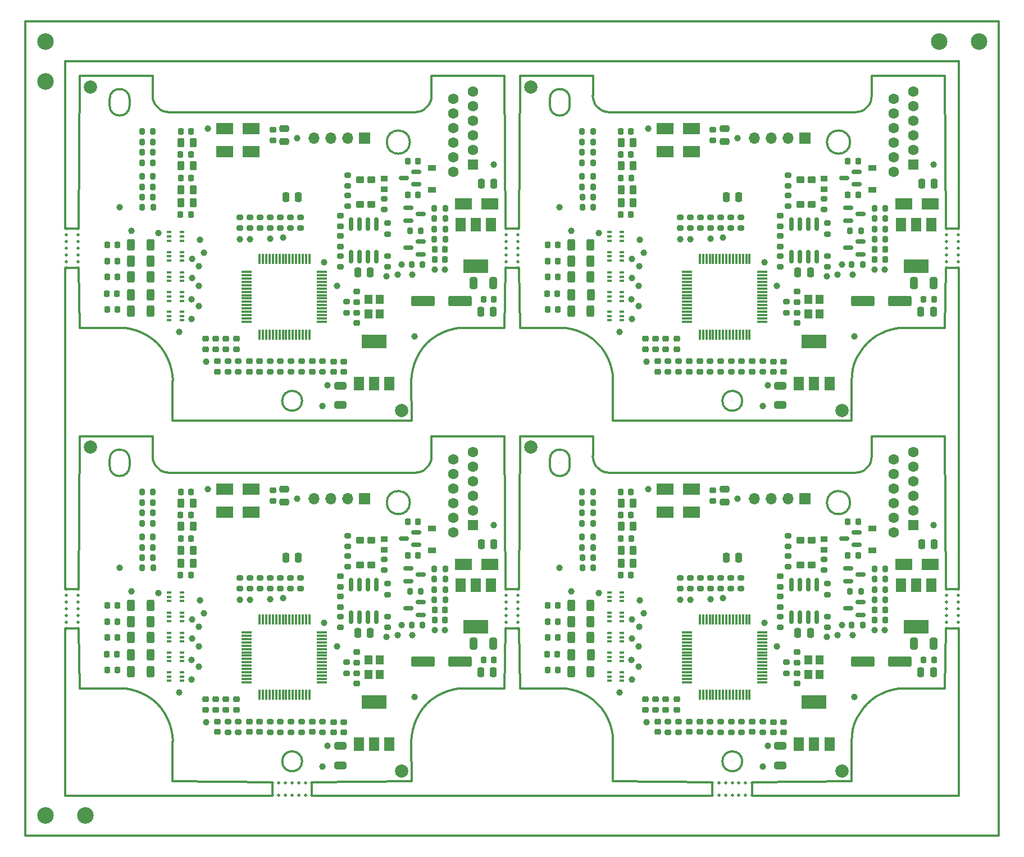
<source format=gbs>
%TF.GenerationSoftware,KiCad,Pcbnew,(6.0.0)*%
%TF.CreationDate,2022-02-12T17:38:03+08:00*%
%TF.ProjectId,SX7H02050048PB,53583748-3032-4303-9530-30343850422e,rev?*%
%TF.SameCoordinates,Original*%
%TF.FileFunction,Soldermask,Bot*%
%TF.FilePolarity,Negative*%
%FSLAX46Y46*%
G04 Gerber Fmt 4.6, Leading zero omitted, Abs format (unit mm)*
G04 Created by KiCad (PCBNEW (6.0.0)) date 2022-02-12 17:38:03*
%MOMM*%
%LPD*%
G01*
G04 APERTURE LIST*
G04 Aperture macros list*
%AMRoundRect*
0 Rectangle with rounded corners*
0 $1 Rounding radius*
0 $2 $3 $4 $5 $6 $7 $8 $9 X,Y pos of 4 corners*
0 Add a 4 corners polygon primitive as box body*
4,1,4,$2,$3,$4,$5,$6,$7,$8,$9,$2,$3,0*
0 Add four circle primitives for the rounded corners*
1,1,$1+$1,$2,$3*
1,1,$1+$1,$4,$5*
1,1,$1+$1,$6,$7*
1,1,$1+$1,$8,$9*
0 Add four rect primitives between the rounded corners*
20,1,$1+$1,$2,$3,$4,$5,0*
20,1,$1+$1,$4,$5,$6,$7,0*
20,1,$1+$1,$6,$7,$8,$9,0*
20,1,$1+$1,$8,$9,$2,$3,0*%
G04 Aperture macros list end*
%TA.AperFunction,Profile*%
%ADD10C,0.350000*%
%TD*%
%TA.AperFunction,Profile*%
%ADD11C,0.010049*%
%TD*%
%TA.AperFunction,Profile*%
%ADD12C,0.010050*%
%TD*%
%ADD13C,0.500000*%
%ADD14R,0.650000X0.400000*%
%ADD15C,2.000000*%
%ADD16C,1.000000*%
%ADD17R,2.500000X1.800000*%
%ADD18RoundRect,0.200000X0.200000X0.275000X-0.200000X0.275000X-0.200000X-0.275000X0.200000X-0.275000X0*%
%ADD19RoundRect,0.225000X-0.250000X0.225000X-0.250000X-0.225000X0.250000X-0.225000X0.250000X0.225000X0*%
%ADD20R,1.500000X2.000000*%
%ADD21R,3.800000X2.000000*%
%ADD22RoundRect,0.250000X-0.312500X-0.625000X0.312500X-0.625000X0.312500X0.625000X-0.312500X0.625000X0*%
%ADD23RoundRect,0.200000X-0.200000X-0.275000X0.200000X-0.275000X0.200000X0.275000X-0.200000X0.275000X0*%
%ADD24RoundRect,0.225000X0.250000X-0.225000X0.250000X0.225000X-0.250000X0.225000X-0.250000X-0.225000X0*%
%ADD25RoundRect,0.250000X1.500000X0.550000X-1.500000X0.550000X-1.500000X-0.550000X1.500000X-0.550000X0*%
%ADD26RoundRect,0.050000X0.525000X0.450000X-0.525000X0.450000X-0.525000X-0.450000X0.525000X-0.450000X0*%
%ADD27RoundRect,0.200000X-0.275000X0.200000X-0.275000X-0.200000X0.275000X-0.200000X0.275000X0.200000X0*%
%ADD28R,1.200000X1.400000*%
%ADD29RoundRect,0.225000X0.225000X0.250000X-0.225000X0.250000X-0.225000X-0.250000X0.225000X-0.250000X0*%
%ADD30RoundRect,0.250000X-0.325000X-0.650000X0.325000X-0.650000X0.325000X0.650000X-0.325000X0.650000X0*%
%ADD31RoundRect,0.225000X-0.225000X-0.250000X0.225000X-0.250000X0.225000X0.250000X-0.225000X0.250000X0*%
%ADD32RoundRect,0.250000X0.262500X0.450000X-0.262500X0.450000X-0.262500X-0.450000X0.262500X-0.450000X0*%
%ADD33RoundRect,0.250000X-0.250000X-0.475000X0.250000X-0.475000X0.250000X0.475000X-0.250000X0.475000X0*%
%ADD34RoundRect,0.250000X-0.650000X0.325000X-0.650000X-0.325000X0.650000X-0.325000X0.650000X0.325000X0*%
%ADD35R,1.000000X0.900000*%
%ADD36RoundRect,0.250000X0.250000X0.475000X-0.250000X0.475000X-0.250000X-0.475000X0.250000X-0.475000X0*%
%ADD37RoundRect,0.150000X-0.587500X-0.150000X0.587500X-0.150000X0.587500X0.150000X-0.587500X0.150000X0*%
%ADD38RoundRect,0.150000X0.587500X0.150000X-0.587500X0.150000X-0.587500X-0.150000X0.587500X-0.150000X0*%
%ADD39RoundRect,0.075000X0.700000X0.075000X-0.700000X0.075000X-0.700000X-0.075000X0.700000X-0.075000X0*%
%ADD40RoundRect,0.075000X0.075000X0.700000X-0.075000X0.700000X-0.075000X-0.700000X0.075000X-0.700000X0*%
%ADD41RoundRect,0.150000X0.150000X-0.825000X0.150000X0.825000X-0.150000X0.825000X-0.150000X-0.825000X0*%
%ADD42RoundRect,0.200000X0.275000X-0.200000X0.275000X0.200000X-0.275000X0.200000X-0.275000X-0.200000X0*%
%ADD43R,1.200000X0.900000*%
%ADD44RoundRect,0.250000X-0.475000X0.250000X-0.475000X-0.250000X0.475000X-0.250000X0.475000X0.250000X0*%
%ADD45R,1.600000X1.600000*%
%ADD46C,1.600000*%
%ADD47R,1.700000X1.700000*%
%ADD48O,1.700000X1.700000*%
%ADD49C,2.500000*%
G04 APERTURE END LIST*
D10*
X129525000Y-134700122D02*
X129525000Y-136700122D01*
X123525000Y-134700122D02*
X123525000Y-136700122D01*
X129525000Y-136700122D02*
X160700000Y-136700122D01*
X63175000Y-136700122D02*
X123525000Y-136700122D01*
X129525000Y-134700122D02*
X144525000Y-134525122D01*
X108525000Y-134525122D02*
X123525000Y-134700122D01*
X63175000Y-134700122D02*
X63175000Y-136700122D01*
X57175000Y-134700122D02*
X57175000Y-136700122D01*
X26000000Y-136700122D02*
X57175000Y-136700122D01*
X63175000Y-134700122D02*
X78175000Y-134525122D01*
X42175000Y-134525122D02*
X57175000Y-134700122D01*
X158700000Y-111525091D02*
X160700000Y-111525091D01*
X158700000Y-105525091D02*
X160700000Y-105525091D01*
X160700000Y-111525091D02*
X160700000Y-136700122D01*
X160700000Y-57175030D02*
X160700000Y-105525091D01*
X158700000Y-111525091D02*
X158525000Y-120525122D01*
X158525000Y-82525061D02*
X158700000Y-105525091D01*
X92350000Y-111525091D02*
X94350000Y-111525091D01*
X92350000Y-105525091D02*
X94350000Y-105525091D01*
X94350000Y-111525091D02*
X94525000Y-120525122D01*
X94525000Y-82525061D02*
X94350000Y-105525091D01*
X92350000Y-111525091D02*
X92175000Y-120525122D01*
X92175000Y-82525061D02*
X92350000Y-105525091D01*
X26000000Y-111525091D02*
X28000000Y-111525091D01*
X26000000Y-105525091D02*
X28000000Y-105525091D01*
X28000000Y-111525091D02*
X28175000Y-120525122D01*
X28175000Y-82525061D02*
X28000000Y-105525091D01*
X26000000Y-111525091D02*
X26000000Y-136700122D01*
X26000000Y-57175030D02*
X26000000Y-105525091D01*
X158700000Y-57175030D02*
X160700000Y-57175030D01*
X158700000Y-51175030D02*
X160700000Y-51175030D01*
X160700000Y-26000000D02*
X160700000Y-51175030D01*
X158700000Y-57175030D02*
X158525000Y-66175061D01*
X158525000Y-28175000D02*
X158700000Y-51175030D01*
X92350000Y-57175030D02*
X94350000Y-57175030D01*
X92350000Y-51175030D02*
X94350000Y-51175030D01*
X94350000Y-57175030D02*
X94525000Y-66175061D01*
X94525000Y-28175000D02*
X94350000Y-51175030D01*
X92350000Y-57175030D02*
X92175000Y-66175061D01*
X92175000Y-28175000D02*
X92350000Y-51175030D01*
X26000000Y-57175030D02*
X28000000Y-57175030D01*
X26000000Y-51175030D02*
X28000000Y-51175030D01*
X28000000Y-57175030D02*
X28175000Y-66175061D01*
X28175000Y-28175000D02*
X28000000Y-51175030D01*
X26000000Y-26000000D02*
X26000000Y-51175030D01*
X107063636Y-87845923D02*
X106629371Y-87613806D01*
X108336707Y-126742102D02*
X108487220Y-127627966D01*
X147529212Y-122260596D02*
X148262061Y-121740637D01*
X107309485Y-124262122D02*
X107744117Y-125048560D01*
X105525000Y-85525061D02*
X105525000Y-82525061D01*
X108025000Y-88037146D02*
X107534888Y-87988928D01*
X144525000Y-134525122D02*
X144512427Y-128525122D01*
X107534888Y-87988928D02*
X107063636Y-87845923D01*
X144713294Y-126742102D02*
X144962073Y-125878699D01*
X144512427Y-128525122D02*
X144562781Y-127627966D01*
X106789527Y-123529334D02*
X107309485Y-124262122D01*
X145740516Y-124262122D02*
X146260474Y-123529334D01*
X105704139Y-86486426D02*
X105561133Y-86015173D01*
X147113746Y-86920691D02*
X146801307Y-87301367D01*
X149878638Y-120962134D02*
X150742041Y-120713355D01*
X99025000Y-87019080D02*
X99025000Y-86019080D01*
X108087928Y-125878699D02*
X108336707Y-126742102D01*
X105525000Y-82525061D02*
X94525000Y-82525061D01*
X128028967Y-131525122D02*
G75*
G03*
X128028967Y-131525122I-1499999J0D01*
G01*
X147525000Y-85525061D02*
X147537085Y-85525061D01*
X107744117Y-125048560D02*
X108087928Y-125878699D01*
X158525000Y-82525061D02*
X147525000Y-82525061D01*
X105936255Y-86920691D02*
X105704139Y-86486426D01*
X108487220Y-127627966D02*
X108537574Y-128525122D01*
X105512915Y-85525061D02*
X105525000Y-85525061D01*
X150742041Y-120713355D02*
X151627906Y-120562842D01*
X144285436Y-92520422D02*
G75*
G03*
X144285436Y-92520422I-1749999J0D01*
G01*
X102025000Y-86019080D02*
G75*
G03*
X99025000Y-86019080I-1500000J0D01*
G01*
X99025000Y-87019080D02*
G75*
G03*
X102025000Y-87019080I1500000J0D01*
G01*
X144562781Y-127627966D02*
X144713294Y-126742102D01*
X103171363Y-120962134D02*
X104001502Y-121306006D01*
X108537574Y-128525122D02*
X108525000Y-128525122D01*
X101422095Y-120562842D02*
X102307959Y-120713355D01*
X146260474Y-123529334D02*
X146859229Y-122859351D01*
X148262061Y-121740637D02*
X149048499Y-121306006D01*
D11*
X126533992Y-131525122D02*
G75*
G03*
X126533992Y-131525122I-5024J0D01*
G01*
D10*
X152525000Y-120525122D02*
X158525000Y-120525122D01*
X106190772Y-122859351D02*
X106789527Y-123529334D01*
X94525000Y-120525122D02*
X100525000Y-120512488D01*
X147537085Y-85525061D02*
X147488868Y-86015173D01*
X146859229Y-122859351D02*
X147529212Y-122260596D01*
X145305884Y-125048560D02*
X145740516Y-124262122D01*
X106248694Y-87301367D02*
X105936255Y-86920691D01*
D11*
X142540461Y-92520422D02*
G75*
G03*
X142540461Y-92520422I-5024J0D01*
G01*
D10*
X105520789Y-122260596D02*
X106190772Y-122859351D01*
X147488868Y-86015173D02*
X147345862Y-86486426D01*
X152525000Y-120512488D02*
X152525000Y-120525122D01*
X145025000Y-88025061D02*
X108025000Y-88025061D01*
X145515113Y-87988928D02*
X145025000Y-88037146D01*
X102025000Y-86019080D02*
X102025000Y-87019080D01*
X147345862Y-86486426D02*
X147113746Y-86920691D01*
X104787940Y-121740637D02*
X105520789Y-122260596D01*
X108025000Y-88025061D02*
X108025000Y-88037146D01*
X147525000Y-82525061D02*
X147525000Y-85525061D01*
X145986365Y-87845923D02*
X145515113Y-87988928D01*
X146801307Y-87301367D02*
X146420630Y-87613806D01*
X149048499Y-121306006D02*
X149878638Y-120962134D01*
X145025000Y-88037146D02*
X145025000Y-88025061D01*
X102307959Y-120713355D02*
X103171363Y-120962134D01*
X144962073Y-125878699D02*
X145305884Y-125048560D01*
D12*
X100530025Y-86519080D02*
G75*
G03*
X100530025Y-86519080I-5025J0D01*
G01*
D10*
X146420630Y-87613806D02*
X145986365Y-87845923D01*
X151627906Y-120562842D02*
X152525000Y-120512488D01*
X104001502Y-121306006D02*
X104787940Y-121740637D01*
X100525000Y-120512488D02*
X101422095Y-120562842D01*
X106629371Y-87613806D02*
X106248694Y-87301367D01*
X105561133Y-86015173D02*
X105512915Y-85525061D01*
X108525000Y-128525122D02*
X108525000Y-134525122D01*
X40713636Y-87845923D02*
X40279371Y-87613806D01*
X41986707Y-126742102D02*
X42137220Y-127627966D01*
X81179212Y-122260596D02*
X81912061Y-121740637D01*
X40959485Y-124262122D02*
X41394117Y-125048560D01*
X39175000Y-85525061D02*
X39175000Y-82525061D01*
X41675000Y-88037146D02*
X41184888Y-87988928D01*
X78175000Y-134525122D02*
X78162427Y-128525122D01*
X41184888Y-87988928D02*
X40713636Y-87845923D01*
X78363294Y-126742102D02*
X78612073Y-125878699D01*
X78162427Y-128525122D02*
X78212781Y-127627966D01*
X40439527Y-123529334D02*
X40959485Y-124262122D01*
X79390516Y-124262122D02*
X79910474Y-123529334D01*
X39354139Y-86486426D02*
X39211133Y-86015173D01*
X80763746Y-86920691D02*
X80451307Y-87301367D01*
X83528638Y-120962134D02*
X84392041Y-120713355D01*
X32675000Y-87019080D02*
X32675000Y-86019080D01*
X41737928Y-125878699D02*
X41986707Y-126742102D01*
X39175000Y-82525061D02*
X28175000Y-82525061D01*
X61678967Y-131525122D02*
G75*
G03*
X61678967Y-131525122I-1499999J0D01*
G01*
X81175000Y-85525061D02*
X81187085Y-85525061D01*
X41394117Y-125048560D02*
X41737928Y-125878699D01*
X92175000Y-82525061D02*
X81175000Y-82525061D01*
X39586255Y-86920691D02*
X39354139Y-86486426D01*
X42137220Y-127627966D02*
X42187574Y-128525122D01*
X39162915Y-85525061D02*
X39175000Y-85525061D01*
X84392041Y-120713355D02*
X85277906Y-120562842D01*
X77935436Y-92520422D02*
G75*
G03*
X77935436Y-92520422I-1749999J0D01*
G01*
X35675000Y-86019080D02*
G75*
G03*
X32675000Y-86019080I-1500000J0D01*
G01*
X32675000Y-87019080D02*
G75*
G03*
X35675000Y-87019080I1500000J0D01*
G01*
X78212781Y-127627966D02*
X78363294Y-126742102D01*
X36821363Y-120962134D02*
X37651502Y-121306006D01*
X42187574Y-128525122D02*
X42175000Y-128525122D01*
X35072095Y-120562842D02*
X35957959Y-120713355D01*
X79910474Y-123529334D02*
X80509229Y-122859351D01*
X81912061Y-121740637D02*
X82698499Y-121306006D01*
D11*
X60183992Y-131525122D02*
G75*
G03*
X60183992Y-131525122I-5024J0D01*
G01*
D10*
X86175000Y-120525122D02*
X92175000Y-120525122D01*
X39840772Y-122859351D02*
X40439527Y-123529334D01*
X28175000Y-120525122D02*
X34175000Y-120512488D01*
X81187085Y-85525061D02*
X81138868Y-86015173D01*
X80509229Y-122859351D02*
X81179212Y-122260596D01*
X78955884Y-125048560D02*
X79390516Y-124262122D01*
X39898694Y-87301367D02*
X39586255Y-86920691D01*
D11*
X76190461Y-92520422D02*
G75*
G03*
X76190461Y-92520422I-5024J0D01*
G01*
D10*
X39170789Y-122260596D02*
X39840772Y-122859351D01*
X81138868Y-86015173D02*
X80995862Y-86486426D01*
X86175000Y-120512488D02*
X86175000Y-120525122D01*
X78675000Y-88025061D02*
X41675000Y-88025061D01*
X79165113Y-87988928D02*
X78675000Y-88037146D01*
X35675000Y-86019080D02*
X35675000Y-87019080D01*
X80995862Y-86486426D02*
X80763746Y-86920691D01*
X38437940Y-121740637D02*
X39170789Y-122260596D01*
X41675000Y-88025061D02*
X41675000Y-88037146D01*
X81175000Y-82525061D02*
X81175000Y-85525061D01*
X79636365Y-87845923D02*
X79165113Y-87988928D01*
X80451307Y-87301367D02*
X80070630Y-87613806D01*
X82698499Y-121306006D02*
X83528638Y-120962134D01*
X78675000Y-88037146D02*
X78675000Y-88025061D01*
X35957959Y-120713355D02*
X36821363Y-120962134D01*
X78612073Y-125878699D02*
X78955884Y-125048560D01*
D12*
X34180025Y-86519080D02*
G75*
G03*
X34180025Y-86519080I-5025J0D01*
G01*
D10*
X80070630Y-87613806D02*
X79636365Y-87845923D01*
X85277906Y-120562842D02*
X86175000Y-120512488D01*
X37651502Y-121306006D02*
X38437940Y-121740637D01*
X34175000Y-120512488D02*
X35072095Y-120562842D01*
X40279371Y-87613806D02*
X39898694Y-87301367D01*
X39211133Y-86015173D02*
X39162915Y-85525061D01*
X42175000Y-128525122D02*
X42175000Y-134525122D01*
X107063636Y-33495862D02*
X106629371Y-33263745D01*
X108336707Y-72392041D02*
X108487220Y-73277905D01*
X147529212Y-67910535D02*
X148262061Y-67390576D01*
X107309485Y-69912061D02*
X107744117Y-70698499D01*
X105525000Y-31175000D02*
X105525000Y-28175000D01*
X108025000Y-33687085D02*
X107534888Y-33638867D01*
X144525000Y-80175061D02*
X144512427Y-74175061D01*
X107534888Y-33638867D02*
X107063636Y-33495862D01*
X144713294Y-72392041D02*
X144962073Y-71528638D01*
X144512427Y-74175061D02*
X144562781Y-73277905D01*
X106789527Y-69179273D02*
X107309485Y-69912061D01*
X145740516Y-69912061D02*
X146260474Y-69179273D01*
X105704139Y-32136365D02*
X105561133Y-31665112D01*
X147113746Y-32570630D02*
X146801307Y-32951306D01*
X149878638Y-66612073D02*
X150742041Y-66363294D01*
X99025000Y-32669019D02*
X99025000Y-31669019D01*
X108087928Y-71528638D02*
X108336707Y-72392041D01*
X105525000Y-28175000D02*
X94525000Y-28175000D01*
X128028967Y-77175061D02*
G75*
G03*
X128028967Y-77175061I-1499999J0D01*
G01*
X147525000Y-31175000D02*
X147537085Y-31175000D01*
X107744117Y-70698499D02*
X108087928Y-71528638D01*
X158525000Y-28175000D02*
X147525000Y-28175000D01*
X105936255Y-32570630D02*
X105704139Y-32136365D01*
X108487220Y-73277905D02*
X108537574Y-74175061D01*
X105512915Y-31175000D02*
X105525000Y-31175000D01*
X150742041Y-66363294D02*
X151627906Y-66212781D01*
X144285436Y-38170361D02*
G75*
G03*
X144285436Y-38170361I-1749999J0D01*
G01*
X102025000Y-31669019D02*
G75*
G03*
X99025000Y-31669019I-1500000J0D01*
G01*
X99025000Y-32669019D02*
G75*
G03*
X102025000Y-32669019I1500000J0D01*
G01*
X144562781Y-73277905D02*
X144713294Y-72392041D01*
X103171363Y-66612073D02*
X104001502Y-66955945D01*
X108537574Y-74175061D02*
X108525000Y-74175061D01*
X101422095Y-66212781D02*
X102307959Y-66363294D01*
X146260474Y-69179273D02*
X146859229Y-68509290D01*
X148262061Y-67390576D02*
X149048499Y-66955945D01*
X108525000Y-80175061D02*
X144525000Y-80175061D01*
D11*
X126533992Y-77175061D02*
G75*
G03*
X126533992Y-77175061I-5024J0D01*
G01*
D10*
X152525000Y-66175061D02*
X158525000Y-66175061D01*
X106190772Y-68509290D02*
X106789527Y-69179273D01*
X94525000Y-66175061D02*
X100525000Y-66162427D01*
X147537085Y-31175000D02*
X147488868Y-31665112D01*
X146859229Y-68509290D02*
X147529212Y-67910535D01*
X145305884Y-70698499D02*
X145740516Y-69912061D01*
X106248694Y-32951306D02*
X105936255Y-32570630D01*
D11*
X142540461Y-38170361D02*
G75*
G03*
X142540461Y-38170361I-5024J0D01*
G01*
D10*
X105520789Y-67910535D02*
X106190772Y-68509290D01*
X147488868Y-31665112D02*
X147345862Y-32136365D01*
X152525000Y-66162427D02*
X152525000Y-66175061D01*
X145025000Y-33675000D02*
X108025000Y-33675000D01*
X145515113Y-33638867D02*
X145025000Y-33687085D01*
X102025000Y-31669019D02*
X102025000Y-32669019D01*
X147345862Y-32136365D02*
X147113746Y-32570630D01*
X104787940Y-67390576D02*
X105520789Y-67910535D01*
X108025000Y-33675000D02*
X108025000Y-33687085D01*
X147525000Y-28175000D02*
X147525000Y-31175000D01*
X145986365Y-33495862D02*
X145515113Y-33638867D01*
X146801307Y-32951306D02*
X146420630Y-33263745D01*
X149048499Y-66955945D02*
X149878638Y-66612073D01*
X145025000Y-33687085D02*
X145025000Y-33675000D01*
X102307959Y-66363294D02*
X103171363Y-66612073D01*
X144962073Y-71528638D02*
X145305884Y-70698499D01*
D12*
X100530025Y-32169019D02*
G75*
G03*
X100530025Y-32169019I-5025J0D01*
G01*
D10*
X146420630Y-33263745D02*
X145986365Y-33495862D01*
X151627906Y-66212781D02*
X152525000Y-66162427D01*
X104001502Y-66955945D02*
X104787940Y-67390576D01*
X100525000Y-66162427D02*
X101422095Y-66212781D01*
X106629371Y-33263745D02*
X106248694Y-32951306D01*
X105561133Y-31665112D02*
X105512915Y-31175000D01*
X108525000Y-74175061D02*
X108525000Y-80175061D01*
X40713636Y-33495862D02*
X40279371Y-33263745D01*
X41986707Y-72392041D02*
X42137220Y-73277905D01*
X81179212Y-67910535D02*
X81912061Y-67390576D01*
X40959485Y-69912061D02*
X41394117Y-70698499D01*
X39175000Y-31175000D02*
X39175000Y-28175000D01*
X41675000Y-33687085D02*
X41184888Y-33638867D01*
X78175000Y-80175061D02*
X78162427Y-74175061D01*
X41184888Y-33638867D02*
X40713636Y-33495862D01*
X78363294Y-72392041D02*
X78612073Y-71528638D01*
X78162427Y-74175061D02*
X78212781Y-73277905D01*
X40439527Y-69179273D02*
X40959485Y-69912061D01*
X79390516Y-69912061D02*
X79910474Y-69179273D01*
X39354139Y-32136365D02*
X39211133Y-31665112D01*
X80763746Y-32570630D02*
X80451307Y-32951306D01*
X83528638Y-66612073D02*
X84392041Y-66363294D01*
X32675000Y-32669019D02*
X32675000Y-31669019D01*
X41737928Y-71528638D02*
X41986707Y-72392041D01*
X39175000Y-28175000D02*
X28175000Y-28175000D01*
X61678967Y-77175061D02*
G75*
G03*
X61678967Y-77175061I-1499999J0D01*
G01*
X81175000Y-31175000D02*
X81187085Y-31175000D01*
X41394117Y-70698499D02*
X41737928Y-71528638D01*
X92175000Y-28175000D02*
X81175000Y-28175000D01*
X39586255Y-32570630D02*
X39354139Y-32136365D01*
X42137220Y-73277905D02*
X42187574Y-74175061D01*
X39162915Y-31175000D02*
X39175000Y-31175000D01*
X84392041Y-66363294D02*
X85277906Y-66212781D01*
X77935436Y-38170361D02*
G75*
G03*
X77935436Y-38170361I-1749999J0D01*
G01*
X35675000Y-31669019D02*
G75*
G03*
X32675000Y-31669019I-1500000J0D01*
G01*
X32675000Y-32669019D02*
G75*
G03*
X35675000Y-32669019I1500000J0D01*
G01*
X78212781Y-73277905D02*
X78363294Y-72392041D01*
X36821363Y-66612073D02*
X37651502Y-66955945D01*
X42187574Y-74175061D02*
X42175000Y-74175061D01*
X35072095Y-66212781D02*
X35957959Y-66363294D01*
X79910474Y-69179273D02*
X80509229Y-68509290D01*
X81912061Y-67390576D02*
X82698499Y-66955945D01*
X42175000Y-80175061D02*
X78175000Y-80175061D01*
D11*
X60183992Y-77175061D02*
G75*
G03*
X60183992Y-77175061I-5024J0D01*
G01*
D10*
X86175000Y-66175061D02*
X92175000Y-66175061D01*
X39840772Y-68509290D02*
X40439527Y-69179273D01*
X28175000Y-66175061D02*
X34175000Y-66162427D01*
X81187085Y-31175000D02*
X81138868Y-31665112D01*
X80509229Y-68509290D02*
X81179212Y-67910535D01*
X78955884Y-70698499D02*
X79390516Y-69912061D01*
X39898694Y-32951306D02*
X39586255Y-32570630D01*
D11*
X76190461Y-38170361D02*
G75*
G03*
X76190461Y-38170361I-5024J0D01*
G01*
D10*
X39170789Y-67910535D02*
X39840772Y-68509290D01*
X81138868Y-31665112D02*
X80995862Y-32136365D01*
X86175000Y-66162427D02*
X86175000Y-66175061D01*
X78675000Y-33675000D02*
X41675000Y-33675000D01*
X79165113Y-33638867D02*
X78675000Y-33687085D01*
X35675000Y-31669019D02*
X35675000Y-32669019D01*
X80995862Y-32136365D02*
X80763746Y-32570630D01*
X38437940Y-67390576D02*
X39170789Y-67910535D01*
X41675000Y-33675000D02*
X41675000Y-33687085D01*
X81175000Y-28175000D02*
X81175000Y-31175000D01*
X79636365Y-33495862D02*
X79165113Y-33638867D01*
X80451307Y-32951306D02*
X80070630Y-33263745D01*
X82698499Y-66955945D02*
X83528638Y-66612073D01*
X78675000Y-33687085D02*
X78675000Y-33675000D01*
X35957959Y-66363294D02*
X36821363Y-66612073D01*
X78612073Y-71528638D02*
X78955884Y-70698499D01*
D12*
X34180025Y-32169019D02*
G75*
G03*
X34180025Y-32169019I-5025J0D01*
G01*
D10*
X80070630Y-33263745D02*
X79636365Y-33495862D01*
X85277906Y-66212781D02*
X86175000Y-66162427D01*
X37651502Y-66955945D02*
X38437940Y-67390576D01*
X34175000Y-66162427D02*
X35072095Y-66212781D01*
X40279371Y-33263745D02*
X39898694Y-32951306D01*
X39211133Y-31665112D02*
X39162915Y-31175000D01*
X42175000Y-74175061D02*
X42175000Y-80175061D01*
X26000000Y-26000000D02*
X160700000Y-26000000D01*
X20000000Y-20000000D02*
X20000000Y-142700122D01*
X20000000Y-142700122D02*
X166700000Y-142700122D01*
X166700000Y-20000000D02*
X166700000Y-142700122D01*
X20000000Y-20000000D02*
X166700000Y-20000000D01*
D13*
%TO.C,*%
X129525000Y-136600122D03*
%TD*%
%TO.C,*%
X123525000Y-136600122D03*
%TD*%
%TO.C,*%
X128525000Y-136600122D03*
%TD*%
%TO.C,*%
X124525000Y-136600122D03*
%TD*%
%TO.C,*%
X127525000Y-136600122D03*
%TD*%
%TO.C,*%
X125525000Y-136600122D03*
%TD*%
%TO.C,*%
X126525000Y-136600122D03*
%TD*%
%TO.C,*%
X129525000Y-134800122D03*
%TD*%
%TO.C,*%
X123525000Y-134800122D03*
%TD*%
%TO.C,*%
X128525000Y-134800122D03*
%TD*%
%TO.C,*%
X124525000Y-134800122D03*
%TD*%
%TO.C,*%
X127525000Y-134800122D03*
%TD*%
%TO.C,*%
X125525000Y-134800122D03*
%TD*%
%TO.C,*%
X126525000Y-134800122D03*
%TD*%
%TO.C,*%
X63175000Y-136600122D03*
%TD*%
%TO.C,*%
X57175000Y-136600122D03*
%TD*%
%TO.C,*%
X62175000Y-136600122D03*
%TD*%
%TO.C,*%
X58175000Y-136600122D03*
%TD*%
%TO.C,*%
X61175000Y-136600122D03*
%TD*%
%TO.C,*%
X59175000Y-136600122D03*
%TD*%
%TO.C,*%
X60175000Y-136600122D03*
%TD*%
%TO.C,*%
X63175000Y-134800122D03*
%TD*%
%TO.C,*%
X57175000Y-134800122D03*
%TD*%
%TO.C,*%
X62175000Y-134800122D03*
%TD*%
%TO.C,*%
X58175000Y-134800122D03*
%TD*%
%TO.C,*%
X61175000Y-134800122D03*
%TD*%
%TO.C,*%
X59175000Y-134800122D03*
%TD*%
%TO.C,*%
X60175000Y-134800122D03*
%TD*%
%TO.C,*%
X160600000Y-111525091D03*
%TD*%
%TO.C,*%
X160600000Y-105525091D03*
%TD*%
%TO.C,*%
X160600000Y-110525091D03*
%TD*%
%TO.C,*%
X160600000Y-106525091D03*
%TD*%
%TO.C,*%
X160600000Y-109525091D03*
%TD*%
%TO.C,*%
X160600000Y-107525091D03*
%TD*%
%TO.C,*%
X160600000Y-108525091D03*
%TD*%
%TO.C,*%
X158800000Y-111525091D03*
%TD*%
%TO.C,*%
X158800000Y-105525091D03*
%TD*%
%TO.C,*%
X158800000Y-110525091D03*
%TD*%
%TO.C,*%
X158800000Y-106525091D03*
%TD*%
%TO.C,*%
X158800000Y-109525091D03*
%TD*%
%TO.C,*%
X158800000Y-107525091D03*
%TD*%
%TO.C,*%
X158800000Y-108525091D03*
%TD*%
%TO.C,*%
X94250000Y-111525091D03*
%TD*%
%TO.C,*%
X94250000Y-105525091D03*
%TD*%
%TO.C,*%
X94250000Y-110525091D03*
%TD*%
%TO.C,*%
X94250000Y-106525091D03*
%TD*%
%TO.C,*%
X94250000Y-109525091D03*
%TD*%
%TO.C,*%
X94250000Y-107525091D03*
%TD*%
%TO.C,*%
X94250000Y-108525091D03*
%TD*%
%TO.C,*%
X92450000Y-111525091D03*
%TD*%
%TO.C,*%
X92450000Y-105525091D03*
%TD*%
%TO.C,*%
X92450000Y-110525091D03*
%TD*%
%TO.C,*%
X92450000Y-106525091D03*
%TD*%
%TO.C,*%
X92450000Y-109525091D03*
%TD*%
%TO.C,*%
X92450000Y-107525091D03*
%TD*%
%TO.C,*%
X92450000Y-108525091D03*
%TD*%
%TO.C,*%
X27900000Y-111525091D03*
%TD*%
%TO.C,*%
X27900000Y-105525091D03*
%TD*%
%TO.C,*%
X27900000Y-110525091D03*
%TD*%
%TO.C,*%
X27900000Y-106525091D03*
%TD*%
%TO.C,*%
X27900000Y-109525091D03*
%TD*%
%TO.C,*%
X27900000Y-107525091D03*
%TD*%
%TO.C,*%
X27900000Y-108525091D03*
%TD*%
%TO.C,*%
X26100000Y-111525091D03*
%TD*%
%TO.C,*%
X26100000Y-105525091D03*
%TD*%
%TO.C,*%
X26100000Y-110525091D03*
%TD*%
%TO.C,*%
X26100000Y-106525091D03*
%TD*%
%TO.C,*%
X26100000Y-109525091D03*
%TD*%
%TO.C,*%
X26100000Y-107525091D03*
%TD*%
%TO.C,*%
X26100000Y-108525091D03*
%TD*%
%TO.C,*%
X160600000Y-57175030D03*
%TD*%
%TO.C,*%
X160600000Y-51175030D03*
%TD*%
%TO.C,*%
X160600000Y-56175030D03*
%TD*%
%TO.C,*%
X160600000Y-52175030D03*
%TD*%
%TO.C,*%
X160600000Y-55175030D03*
%TD*%
%TO.C,*%
X160600000Y-53175030D03*
%TD*%
%TO.C,*%
X160600000Y-54175030D03*
%TD*%
%TO.C,*%
X158800000Y-57175030D03*
%TD*%
%TO.C,*%
X158800000Y-51175030D03*
%TD*%
%TO.C,*%
X158800000Y-56175030D03*
%TD*%
%TO.C,*%
X158800000Y-52175030D03*
%TD*%
%TO.C,*%
X158800000Y-55175030D03*
%TD*%
%TO.C,*%
X158800000Y-53175030D03*
%TD*%
%TO.C,*%
X158800000Y-54175030D03*
%TD*%
%TO.C,*%
X94250000Y-57175030D03*
%TD*%
%TO.C,*%
X94250000Y-51175030D03*
%TD*%
%TO.C,*%
X94250000Y-56175030D03*
%TD*%
%TO.C,*%
X94250000Y-52175030D03*
%TD*%
%TO.C,*%
X94250000Y-55175030D03*
%TD*%
%TO.C,*%
X94250000Y-53175030D03*
%TD*%
%TO.C,*%
X94250000Y-54175030D03*
%TD*%
%TO.C,*%
X92450000Y-57175030D03*
%TD*%
%TO.C,*%
X92450000Y-51175030D03*
%TD*%
%TO.C,*%
X92450000Y-56175030D03*
%TD*%
%TO.C,*%
X92450000Y-52175030D03*
%TD*%
%TO.C,*%
X92450000Y-55175030D03*
%TD*%
%TO.C,*%
X92450000Y-53175030D03*
%TD*%
%TO.C,*%
X92450000Y-54175030D03*
%TD*%
%TO.C,*%
X27900000Y-57175030D03*
%TD*%
%TO.C,*%
X27900000Y-51175030D03*
%TD*%
%TO.C,*%
X27900000Y-56175030D03*
%TD*%
%TO.C,*%
X27900000Y-52175030D03*
%TD*%
%TO.C,*%
X27900000Y-55175030D03*
%TD*%
%TO.C,*%
X27900000Y-53175030D03*
%TD*%
%TO.C,*%
X27900000Y-54175030D03*
%TD*%
%TO.C,*%
X26100000Y-57175030D03*
%TD*%
%TO.C,*%
X26100000Y-51175030D03*
%TD*%
%TO.C,*%
X26100000Y-56175030D03*
%TD*%
%TO.C,*%
X26100000Y-52175030D03*
%TD*%
%TO.C,*%
X26100000Y-55175030D03*
%TD*%
%TO.C,*%
X26100000Y-53175030D03*
%TD*%
%TO.C,*%
X26100000Y-54175030D03*
%TD*%
D14*
%TO.C,Q105*%
X108001798Y-119382814D03*
X108001798Y-118732814D03*
X108001798Y-118082814D03*
X109901798Y-118082814D03*
X109901798Y-118732814D03*
X109901798Y-119382814D03*
%TD*%
D15*
%TO.C,MARK3*%
X143056998Y-132987114D03*
%TD*%
D16*
%TO.C,TP86*%
X111396198Y-119168414D03*
%TD*%
D17*
%TO.C,D104*%
X116375998Y-93961114D03*
X120375998Y-93961114D03*
%TD*%
D18*
%TO.C,R123*%
X105527998Y-92502514D03*
X103877998Y-92502514D03*
%TD*%
D19*
%TO.C,C123*%
X118164998Y-122182114D03*
X118164998Y-123732114D03*
%TD*%
D16*
%TO.C,TP15*%
X131118998Y-132355114D03*
%TD*%
D20*
%TO.C,Q102*%
X151932998Y-104948114D03*
X154232998Y-104948114D03*
D21*
X154232998Y-111248114D03*
D20*
X156532998Y-104948114D03*
%TD*%
D22*
%TO.C,R143*%
X102239298Y-107982814D03*
X105164298Y-107982814D03*
%TD*%
D23*
%TO.C,R129*%
X103877998Y-95626714D03*
X105527998Y-95626714D03*
%TD*%
D16*
%TO.C,TP8*%
X143056998Y-111019114D03*
%TD*%
D23*
%TO.C,R128*%
X103890998Y-99258914D03*
X105540998Y-99258914D03*
%TD*%
D24*
%TO.C,C115*%
X136275198Y-119820514D03*
X136275198Y-118270514D03*
%TD*%
D16*
%TO.C,TP82*%
X112475398Y-111273114D03*
%TD*%
D18*
%TO.C,R125*%
X105527998Y-94051914D03*
X103877998Y-94051914D03*
%TD*%
D24*
%TO.C,L102*%
X120069998Y-127108414D03*
X120069998Y-125558414D03*
%TD*%
D25*
%TO.C,C104*%
X151825998Y-116480114D03*
X146225998Y-116480114D03*
%TD*%
D19*
%TO.C,C112*%
X123625998Y-90686114D03*
X123625998Y-92236114D03*
%TD*%
D26*
%TO.C,L104*%
X138490098Y-98230514D03*
X138490098Y-101910514D03*
X136760098Y-101910514D03*
X136760098Y-98230514D03*
%TD*%
D16*
%TO.C,TP24*%
X142421998Y-112543114D03*
%TD*%
D27*
%TO.C,R148*%
X134928998Y-97494114D03*
X134928998Y-99144114D03*
%TD*%
D16*
%TO.C,TP73*%
X106408898Y-106197214D03*
%TD*%
D28*
%TO.C,Y101*%
X139715998Y-116269114D03*
X139715998Y-118469114D03*
X138015998Y-118469114D03*
X138015998Y-116269114D03*
%TD*%
D29*
%TO.C,C142*%
X100131598Y-115409214D03*
X98581598Y-115409214D03*
%TD*%
D16*
%TO.C,TP81*%
X112449998Y-117242114D03*
%TD*%
%TO.C,TP47*%
X100511998Y-102383114D03*
%TD*%
D27*
%TO.C,R117*%
X131118998Y-125508414D03*
X131118998Y-127158414D03*
%TD*%
D30*
%TO.C,C103*%
X153900998Y-113813114D03*
X156850998Y-113813114D03*
%TD*%
D31*
%TO.C,C102*%
X148009398Y-108733114D03*
X149559398Y-108733114D03*
%TD*%
D32*
%TO.C,R130*%
X111584498Y-101697314D03*
X109759498Y-101697314D03*
%TD*%
D16*
%TO.C,TP13*%
X113592998Y-125624114D03*
%TD*%
D33*
%TO.C,C107*%
X154933998Y-118131114D03*
X156833998Y-118131114D03*
%TD*%
D29*
%TO.C,C141*%
X100226798Y-117732814D03*
X98676798Y-117732814D03*
%TD*%
D27*
%TO.C,R108*%
X116844098Y-125508414D03*
X116844098Y-127158414D03*
%TD*%
%TO.C,R139*%
X126360698Y-125508414D03*
X126360698Y-127158414D03*
%TD*%
D31*
%TO.C,C130*%
X109693798Y-94356714D03*
X111243798Y-94356714D03*
%TD*%
D16*
%TO.C,TP75*%
X112606498Y-107264014D03*
%TD*%
%TO.C,TP9*%
X148009998Y-111781114D03*
%TD*%
D29*
%TO.C,L101*%
X149546998Y-110257114D03*
X147996998Y-110257114D03*
%TD*%
%TO.C,C143*%
X100226798Y-110482814D03*
X98676798Y-110482814D03*
%TD*%
D16*
%TO.C,TP69*%
X102289998Y-105939114D03*
%TD*%
D34*
%TO.C,C108*%
X133785998Y-129229114D03*
X133785998Y-132179114D03*
%TD*%
D17*
%TO.C,D102*%
X152359998Y-101875114D03*
X156359998Y-101875114D03*
%TD*%
D24*
%TO.C,C147*%
X133785998Y-108238114D03*
X133785998Y-106688114D03*
%TD*%
D18*
%TO.C,R122*%
X105566398Y-100833714D03*
X103916398Y-100833714D03*
%TD*%
D27*
%TO.C,R107*%
X118418998Y-125508414D03*
X118418998Y-127158414D03*
%TD*%
D16*
%TO.C,TP51*%
X118672998Y-107209114D03*
%TD*%
D27*
%TO.C,R153*%
X133785998Y-109686114D03*
X133785998Y-111336114D03*
%TD*%
D16*
%TO.C,TP76*%
X111433998Y-113051114D03*
%TD*%
D19*
%TO.C,C126*%
X114989998Y-122182114D03*
X114989998Y-123732114D03*
%TD*%
D35*
%TO.C,R149*%
X140389998Y-98027116D03*
X140389998Y-99627118D03*
%TD*%
D19*
%TO.C,C125*%
X116513998Y-122182114D03*
X116513998Y-123732114D03*
%TD*%
D32*
%TO.C,R133*%
X111584498Y-96109314D03*
X109759498Y-96109314D03*
%TD*%
D27*
%TO.C,R137*%
X124774598Y-125508414D03*
X124774598Y-127158414D03*
%TD*%
%TO.C,R113*%
X121720998Y-103844114D03*
X121720998Y-105494114D03*
%TD*%
D16*
%TO.C,TP2*%
X133277998Y-114194114D03*
%TD*%
D19*
%TO.C,C106*%
X115257998Y-125558414D03*
X115257998Y-127108414D03*
%TD*%
D27*
%TO.C,R111*%
X134700398Y-116594914D03*
X134700398Y-118244914D03*
%TD*%
%TO.C,R136*%
X123244998Y-103844114D03*
X123244998Y-105494114D03*
%TD*%
D23*
%TO.C,R104*%
X147959398Y-107153114D03*
X149609398Y-107153114D03*
%TD*%
D24*
%TO.C,C146*%
X133785998Y-105190114D03*
X133785998Y-103640114D03*
%TD*%
D31*
%TO.C,C127*%
X109693798Y-103475314D03*
X111243798Y-103475314D03*
%TD*%
D36*
%TO.C,C101*%
X156960998Y-98827114D03*
X155060998Y-98827114D03*
%TD*%
D15*
%TO.C,MARK4*%
X96162998Y-84187114D03*
%TD*%
D16*
%TO.C,TP94*%
X131880998Y-129180114D03*
%TD*%
D37*
%TO.C,Q101*%
X144024498Y-104349114D03*
X144024498Y-102449114D03*
X145899498Y-103399114D03*
%TD*%
D14*
%TO.C,Q104*%
X107992598Y-113458014D03*
X107992598Y-112808014D03*
X107992598Y-112158014D03*
X109892598Y-112158014D03*
X109892598Y-112808014D03*
X109892598Y-113458014D03*
%TD*%
D22*
%TO.C,R145*%
X102239298Y-117982814D03*
X105164298Y-117982814D03*
%TD*%
D23*
%TO.C,R101*%
X144517998Y-111019114D03*
X146167998Y-111019114D03*
%TD*%
D14*
%TO.C,Q107*%
X108001798Y-110382814D03*
X108001798Y-109732814D03*
X108001798Y-109082814D03*
X109901798Y-109082814D03*
X109901798Y-109732814D03*
X109901798Y-110382814D03*
%TD*%
D38*
%TO.C,D103*%
X145899498Y-107529114D03*
X145899498Y-109429114D03*
X144024498Y-108479114D03*
%TD*%
D16*
%TO.C,U102*%
X131347598Y-110638114D03*
D39*
X131053598Y-112095114D03*
X131053598Y-112595114D03*
X131053598Y-113095114D03*
X131053598Y-113595114D03*
X131053598Y-114095114D03*
X131053598Y-114595114D03*
X131053598Y-115095114D03*
X131053598Y-115595114D03*
X131053598Y-116095114D03*
X131053598Y-116595114D03*
X131053598Y-117095114D03*
X131053598Y-117595114D03*
X131053598Y-118095114D03*
X131053598Y-118595114D03*
X131053598Y-119095114D03*
X131053598Y-119595114D03*
D40*
X129128598Y-121520114D03*
X128628598Y-121520114D03*
X128128598Y-121520114D03*
X127628598Y-121520114D03*
X127128598Y-121520114D03*
X126628598Y-121520114D03*
X126128598Y-121520114D03*
X125628598Y-121520114D03*
X125128598Y-121520114D03*
X124628598Y-121520114D03*
X124128598Y-121520114D03*
X123628598Y-121520114D03*
X123128598Y-121520114D03*
X122628598Y-121520114D03*
X122128598Y-121520114D03*
X121628598Y-121520114D03*
D39*
X119703598Y-119595114D03*
X119703598Y-119095114D03*
X119703598Y-118595114D03*
X119703598Y-118095114D03*
X119703598Y-117595114D03*
X119703598Y-117095114D03*
X119703598Y-116595114D03*
X119703598Y-116095114D03*
X119703598Y-115595114D03*
X119703598Y-115095114D03*
X119703598Y-114595114D03*
X119703598Y-114095114D03*
X119703598Y-113595114D03*
X119703598Y-113095114D03*
X119703598Y-112595114D03*
X119703598Y-112095114D03*
D40*
X121628598Y-110170114D03*
X122128598Y-110170114D03*
X122628598Y-110170114D03*
X123128598Y-110170114D03*
X123628598Y-110170114D03*
X124128598Y-110170114D03*
X124628598Y-110170114D03*
X125128598Y-110170114D03*
X125628598Y-110170114D03*
X126128598Y-110170114D03*
X126628598Y-110170114D03*
X127128598Y-110170114D03*
X127628598Y-110170114D03*
X128128598Y-110170114D03*
X128628598Y-110170114D03*
X129128598Y-110170114D03*
%TD*%
D20*
%TO.C,U101*%
X141165998Y-128901114D03*
D21*
X138865998Y-122601114D03*
D20*
X138865998Y-128901114D03*
X136565998Y-128901114D03*
%TD*%
D31*
%TO.C,C105*%
X155362998Y-116226114D03*
X156912998Y-116226114D03*
%TD*%
D38*
%TO.C,D108*%
X145264498Y-96988114D03*
X145264498Y-98888114D03*
X143389498Y-97938114D03*
%TD*%
D27*
%TO.C,R141*%
X123188498Y-125508414D03*
X123188498Y-127158414D03*
%TD*%
D29*
%TO.C,C140*%
X100217598Y-112822414D03*
X98667598Y-112822414D03*
%TD*%
D18*
%TO.C,R105*%
X149596998Y-102510114D03*
X147946998Y-102510114D03*
%TD*%
D16*
%TO.C,TP58*%
X125149998Y-106955114D03*
%TD*%
D27*
%TO.C,R150*%
X134928998Y-100542114D03*
X134928998Y-102192114D03*
%TD*%
D41*
%TO.C,U104*%
X139246998Y-109811114D03*
X137976998Y-109811114D03*
X136706998Y-109811114D03*
X135436998Y-109811114D03*
X135436998Y-104861114D03*
X136706998Y-104861114D03*
X137976998Y-104861114D03*
X139246998Y-104861114D03*
%TD*%
D24*
%TO.C,C110*%
X132769998Y-127161114D03*
X132769998Y-125611114D03*
%TD*%
D42*
%TO.C,R151*%
X140389998Y-102700114D03*
X140389998Y-101050114D03*
%TD*%
D43*
%TO.C,D101*%
X147628998Y-99715114D03*
X147628998Y-96415114D03*
%TD*%
D22*
%TO.C,R146*%
X102262898Y-115510814D03*
X105187898Y-115510814D03*
%TD*%
D14*
%TO.C,Q103*%
X108001798Y-107382814D03*
X108001798Y-106732814D03*
X108001798Y-106082814D03*
X109901798Y-106082814D03*
X109901798Y-106732814D03*
X109901798Y-107382814D03*
%TD*%
D31*
%TO.C,C128*%
X109719198Y-90902314D03*
X111269198Y-90902314D03*
%TD*%
D14*
%TO.C,Q106*%
X108001798Y-116440214D03*
X108001798Y-115790214D03*
X108001798Y-115140214D03*
X109901798Y-115140214D03*
X109901798Y-115790214D03*
X109901798Y-116440214D03*
%TD*%
D16*
%TO.C,TP16*%
X127308998Y-91969114D03*
%TD*%
D22*
%TO.C,R144*%
X102230098Y-112822414D03*
X105155098Y-112822414D03*
%TD*%
D16*
%TO.C,TP5*%
X144631798Y-112543114D03*
%TD*%
D27*
%TO.C,R142*%
X127946798Y-125508414D03*
X127946798Y-127158414D03*
%TD*%
%TO.C,R114*%
X124768998Y-103844114D03*
X124768998Y-105494114D03*
%TD*%
%TO.C,R135*%
X120196998Y-103844114D03*
X120196998Y-105494114D03*
%TD*%
D22*
%TO.C,R147*%
X102239298Y-110482814D03*
X105164298Y-110482814D03*
%TD*%
D19*
%TO.C,C137*%
X121602398Y-125558414D03*
X121602398Y-127108414D03*
%TD*%
D33*
%TO.C,C132*%
X125596998Y-100859114D03*
X127496998Y-100859114D03*
%TD*%
D16*
%TO.C,TP7*%
X149533998Y-111781114D03*
%TD*%
D24*
%TO.C,C111*%
X134293998Y-127161114D03*
X134293998Y-125611114D03*
%TD*%
D18*
%TO.C,R106*%
X149596998Y-104034114D03*
X147946998Y-104034114D03*
%TD*%
D42*
%TO.C,R115*%
X126292998Y-105494114D03*
X126292998Y-103844114D03*
%TD*%
D18*
%TO.C,R103*%
X149609398Y-105629114D03*
X147959398Y-105629114D03*
%TD*%
D23*
%TO.C,R126*%
X103941798Y-102383114D03*
X105591798Y-102383114D03*
%TD*%
D31*
%TO.C,C145*%
X143932998Y-100478114D03*
X145482998Y-100478114D03*
%TD*%
D44*
%TO.C,C109*%
X125375998Y-90511114D03*
X125375998Y-92411114D03*
%TD*%
D23*
%TO.C,R127*%
X103877998Y-90953114D03*
X105527998Y-90953114D03*
%TD*%
D19*
%TO.C,C114*%
X136275198Y-115070114D03*
X136275198Y-116620114D03*
%TD*%
%TO.C,C124*%
X113465998Y-122182114D03*
X113465998Y-123732114D03*
%TD*%
D17*
%TO.C,D105*%
X116375998Y-90461114D03*
X120375998Y-90461114D03*
%TD*%
D16*
%TO.C,TP60*%
X123244998Y-107082114D03*
%TD*%
D19*
%TO.C,C138*%
X129532898Y-125558414D03*
X129532898Y-127108414D03*
%TD*%
D16*
%TO.C,TP4*%
X156899998Y-95906114D03*
%TD*%
D32*
%TO.C,R131*%
X111584498Y-92629514D03*
X109759498Y-92629514D03*
%TD*%
D16*
%TO.C,TP17*%
X113858998Y-90454114D03*
%TD*%
%TO.C,TP71*%
X112449998Y-114194114D03*
%TD*%
D32*
%TO.C,R132*%
X111584498Y-99716114D03*
X109759498Y-99716114D03*
%TD*%
D29*
%TO.C,C139*%
X100226798Y-107982814D03*
X98676798Y-107982814D03*
%TD*%
D16*
%TO.C,TP88*%
X111433998Y-110130114D03*
%TD*%
D23*
%TO.C,R102*%
X144263998Y-105939114D03*
X145913998Y-105939114D03*
%TD*%
D27*
%TO.C,R152*%
X140897998Y-104733114D03*
X140897998Y-106383114D03*
%TD*%
D16*
%TO.C,TP80*%
X109528998Y-121179114D03*
%TD*%
D27*
%TO.C,R154*%
X140897998Y-109686114D03*
X140897998Y-111336114D03*
%TD*%
D16*
%TO.C,TP72*%
X113211998Y-109241114D03*
%TD*%
%TO.C,TP57*%
X120196998Y-107209114D03*
%TD*%
D31*
%TO.C,C129*%
X109744598Y-97938114D03*
X111294598Y-97938114D03*
%TD*%
D29*
%TO.C,C144*%
X145482998Y-95398114D03*
X143932998Y-95398114D03*
%TD*%
D42*
%TO.C,R134*%
X118672998Y-105494114D03*
X118672998Y-103844114D03*
%TD*%
%TO.C,L105*%
X127816998Y-105494114D03*
X127816998Y-103844114D03*
%TD*%
D18*
%TO.C,R124*%
X105527998Y-97709514D03*
X103877998Y-97709514D03*
%TD*%
D33*
%TO.C,C148*%
X136391998Y-112162114D03*
X138291998Y-112162114D03*
%TD*%
D16*
%TO.C,TP12*%
X144961998Y-121814114D03*
%TD*%
%TO.C,TP23*%
X140770998Y-112797114D03*
%TD*%
%TO.C,TP87*%
X111345398Y-116222014D03*
%TD*%
D45*
%TO.C,J1*%
X153812998Y-95937114D03*
D46*
X153812998Y-93737114D03*
X153812998Y-91537114D03*
X153812998Y-89337114D03*
X153812998Y-87137114D03*
X153812998Y-84937114D03*
X150812998Y-97037114D03*
X150812998Y-94837114D03*
X150812998Y-92637114D03*
X150812998Y-90437114D03*
X150812998Y-88237114D03*
X150812998Y-86037114D03*
%TD*%
D47*
%TO.C,J101*%
X137458998Y-91969114D03*
D48*
X134918998Y-91969114D03*
X132378998Y-91969114D03*
X129838998Y-91969114D03*
%TD*%
D14*
%TO.C,Q105*%
X41651798Y-119382814D03*
X41651798Y-118732814D03*
X41651798Y-118082814D03*
X43551798Y-118082814D03*
X43551798Y-118732814D03*
X43551798Y-119382814D03*
%TD*%
D15*
%TO.C,MARK3*%
X76706998Y-132987114D03*
%TD*%
D16*
%TO.C,TP86*%
X45046198Y-119168414D03*
%TD*%
D17*
%TO.C,D104*%
X50025998Y-93961114D03*
X54025998Y-93961114D03*
%TD*%
D18*
%TO.C,R123*%
X39177998Y-92502514D03*
X37527998Y-92502514D03*
%TD*%
D19*
%TO.C,C123*%
X51814998Y-122182114D03*
X51814998Y-123732114D03*
%TD*%
D16*
%TO.C,TP15*%
X64768998Y-132355114D03*
%TD*%
D20*
%TO.C,Q102*%
X85582998Y-104948114D03*
X87882998Y-104948114D03*
D21*
X87882998Y-111248114D03*
D20*
X90182998Y-104948114D03*
%TD*%
D22*
%TO.C,R143*%
X35889298Y-107982814D03*
X38814298Y-107982814D03*
%TD*%
D23*
%TO.C,R129*%
X37527998Y-95626714D03*
X39177998Y-95626714D03*
%TD*%
D16*
%TO.C,TP8*%
X76706998Y-111019114D03*
%TD*%
D23*
%TO.C,R128*%
X37540998Y-99258914D03*
X39190998Y-99258914D03*
%TD*%
D24*
%TO.C,C115*%
X69925198Y-119820514D03*
X69925198Y-118270514D03*
%TD*%
D16*
%TO.C,TP82*%
X46125398Y-111273114D03*
%TD*%
D18*
%TO.C,R125*%
X39177998Y-94051914D03*
X37527998Y-94051914D03*
%TD*%
D24*
%TO.C,L102*%
X53719998Y-127108414D03*
X53719998Y-125558414D03*
%TD*%
D25*
%TO.C,C104*%
X85475998Y-116480114D03*
X79875998Y-116480114D03*
%TD*%
D19*
%TO.C,C112*%
X57275998Y-90686114D03*
X57275998Y-92236114D03*
%TD*%
D26*
%TO.C,L104*%
X72140098Y-98230514D03*
X72140098Y-101910514D03*
X70410098Y-101910514D03*
X70410098Y-98230514D03*
%TD*%
D16*
%TO.C,TP24*%
X76071998Y-112543114D03*
%TD*%
D27*
%TO.C,R148*%
X68578998Y-97494114D03*
X68578998Y-99144114D03*
%TD*%
D16*
%TO.C,TP73*%
X40058898Y-106197214D03*
%TD*%
D28*
%TO.C,Y101*%
X73365998Y-116269114D03*
X73365998Y-118469114D03*
X71665998Y-118469114D03*
X71665998Y-116269114D03*
%TD*%
D29*
%TO.C,C142*%
X33781598Y-115409214D03*
X32231598Y-115409214D03*
%TD*%
D16*
%TO.C,TP81*%
X46099998Y-117242114D03*
%TD*%
%TO.C,TP47*%
X34161998Y-102383114D03*
%TD*%
D27*
%TO.C,R117*%
X64768998Y-125508414D03*
X64768998Y-127158414D03*
%TD*%
D30*
%TO.C,C103*%
X87550998Y-113813114D03*
X90500998Y-113813114D03*
%TD*%
D31*
%TO.C,C102*%
X81659398Y-108733114D03*
X83209398Y-108733114D03*
%TD*%
D32*
%TO.C,R130*%
X45234498Y-101697314D03*
X43409498Y-101697314D03*
%TD*%
D16*
%TO.C,TP13*%
X47242998Y-125624114D03*
%TD*%
D33*
%TO.C,C107*%
X88583998Y-118131114D03*
X90483998Y-118131114D03*
%TD*%
D29*
%TO.C,C141*%
X33876798Y-117732814D03*
X32326798Y-117732814D03*
%TD*%
D27*
%TO.C,R108*%
X50494098Y-125508414D03*
X50494098Y-127158414D03*
%TD*%
%TO.C,R139*%
X60010698Y-125508414D03*
X60010698Y-127158414D03*
%TD*%
D31*
%TO.C,C130*%
X43343798Y-94356714D03*
X44893798Y-94356714D03*
%TD*%
D16*
%TO.C,TP75*%
X46256498Y-107264014D03*
%TD*%
%TO.C,TP9*%
X81659998Y-111781114D03*
%TD*%
D29*
%TO.C,L101*%
X83196998Y-110257114D03*
X81646998Y-110257114D03*
%TD*%
%TO.C,C143*%
X33876798Y-110482814D03*
X32326798Y-110482814D03*
%TD*%
D16*
%TO.C,TP69*%
X35939998Y-105939114D03*
%TD*%
D34*
%TO.C,C108*%
X67435998Y-129229114D03*
X67435998Y-132179114D03*
%TD*%
D17*
%TO.C,D102*%
X86009998Y-101875114D03*
X90009998Y-101875114D03*
%TD*%
D24*
%TO.C,C147*%
X67435998Y-108238114D03*
X67435998Y-106688114D03*
%TD*%
D18*
%TO.C,R122*%
X39216398Y-100833714D03*
X37566398Y-100833714D03*
%TD*%
D27*
%TO.C,R107*%
X52068998Y-125508414D03*
X52068998Y-127158414D03*
%TD*%
D16*
%TO.C,TP51*%
X52322998Y-107209114D03*
%TD*%
D27*
%TO.C,R153*%
X67435998Y-109686114D03*
X67435998Y-111336114D03*
%TD*%
D16*
%TO.C,TP76*%
X45083998Y-113051114D03*
%TD*%
D19*
%TO.C,C126*%
X48639998Y-122182114D03*
X48639998Y-123732114D03*
%TD*%
D35*
%TO.C,R149*%
X74039998Y-98027116D03*
X74039998Y-99627118D03*
%TD*%
D19*
%TO.C,C125*%
X50163998Y-122182114D03*
X50163998Y-123732114D03*
%TD*%
D32*
%TO.C,R133*%
X45234498Y-96109314D03*
X43409498Y-96109314D03*
%TD*%
D27*
%TO.C,R137*%
X58424598Y-125508414D03*
X58424598Y-127158414D03*
%TD*%
%TO.C,R113*%
X55370998Y-103844114D03*
X55370998Y-105494114D03*
%TD*%
D16*
%TO.C,TP2*%
X66927998Y-114194114D03*
%TD*%
D19*
%TO.C,C106*%
X48907998Y-125558414D03*
X48907998Y-127108414D03*
%TD*%
D27*
%TO.C,R111*%
X68350398Y-116594914D03*
X68350398Y-118244914D03*
%TD*%
%TO.C,R136*%
X56894998Y-103844114D03*
X56894998Y-105494114D03*
%TD*%
D23*
%TO.C,R104*%
X81609398Y-107153114D03*
X83259398Y-107153114D03*
%TD*%
D24*
%TO.C,C146*%
X67435998Y-105190114D03*
X67435998Y-103640114D03*
%TD*%
D31*
%TO.C,C127*%
X43343798Y-103475314D03*
X44893798Y-103475314D03*
%TD*%
D36*
%TO.C,C101*%
X90610998Y-98827114D03*
X88710998Y-98827114D03*
%TD*%
D15*
%TO.C,MARK4*%
X29812998Y-84187114D03*
%TD*%
D16*
%TO.C,TP94*%
X65530998Y-129180114D03*
%TD*%
D37*
%TO.C,Q101*%
X77674498Y-104349114D03*
X77674498Y-102449114D03*
X79549498Y-103399114D03*
%TD*%
D14*
%TO.C,Q104*%
X41642598Y-113458014D03*
X41642598Y-112808014D03*
X41642598Y-112158014D03*
X43542598Y-112158014D03*
X43542598Y-112808014D03*
X43542598Y-113458014D03*
%TD*%
D22*
%TO.C,R145*%
X35889298Y-117982814D03*
X38814298Y-117982814D03*
%TD*%
D23*
%TO.C,R101*%
X78167998Y-111019114D03*
X79817998Y-111019114D03*
%TD*%
D14*
%TO.C,Q107*%
X41651798Y-110382814D03*
X41651798Y-109732814D03*
X41651798Y-109082814D03*
X43551798Y-109082814D03*
X43551798Y-109732814D03*
X43551798Y-110382814D03*
%TD*%
D38*
%TO.C,D103*%
X79549498Y-107529114D03*
X79549498Y-109429114D03*
X77674498Y-108479114D03*
%TD*%
D16*
%TO.C,U102*%
X64997598Y-110638114D03*
D39*
X64703598Y-112095114D03*
X64703598Y-112595114D03*
X64703598Y-113095114D03*
X64703598Y-113595114D03*
X64703598Y-114095114D03*
X64703598Y-114595114D03*
X64703598Y-115095114D03*
X64703598Y-115595114D03*
X64703598Y-116095114D03*
X64703598Y-116595114D03*
X64703598Y-117095114D03*
X64703598Y-117595114D03*
X64703598Y-118095114D03*
X64703598Y-118595114D03*
X64703598Y-119095114D03*
X64703598Y-119595114D03*
D40*
X62778598Y-121520114D03*
X62278598Y-121520114D03*
X61778598Y-121520114D03*
X61278598Y-121520114D03*
X60778598Y-121520114D03*
X60278598Y-121520114D03*
X59778598Y-121520114D03*
X59278598Y-121520114D03*
X58778598Y-121520114D03*
X58278598Y-121520114D03*
X57778598Y-121520114D03*
X57278598Y-121520114D03*
X56778598Y-121520114D03*
X56278598Y-121520114D03*
X55778598Y-121520114D03*
X55278598Y-121520114D03*
D39*
X53353598Y-119595114D03*
X53353598Y-119095114D03*
X53353598Y-118595114D03*
X53353598Y-118095114D03*
X53353598Y-117595114D03*
X53353598Y-117095114D03*
X53353598Y-116595114D03*
X53353598Y-116095114D03*
X53353598Y-115595114D03*
X53353598Y-115095114D03*
X53353598Y-114595114D03*
X53353598Y-114095114D03*
X53353598Y-113595114D03*
X53353598Y-113095114D03*
X53353598Y-112595114D03*
X53353598Y-112095114D03*
D40*
X55278598Y-110170114D03*
X55778598Y-110170114D03*
X56278598Y-110170114D03*
X56778598Y-110170114D03*
X57278598Y-110170114D03*
X57778598Y-110170114D03*
X58278598Y-110170114D03*
X58778598Y-110170114D03*
X59278598Y-110170114D03*
X59778598Y-110170114D03*
X60278598Y-110170114D03*
X60778598Y-110170114D03*
X61278598Y-110170114D03*
X61778598Y-110170114D03*
X62278598Y-110170114D03*
X62778598Y-110170114D03*
%TD*%
D20*
%TO.C,U101*%
X74815998Y-128901114D03*
D21*
X72515998Y-122601114D03*
D20*
X72515998Y-128901114D03*
X70215998Y-128901114D03*
%TD*%
D31*
%TO.C,C105*%
X89012998Y-116226114D03*
X90562998Y-116226114D03*
%TD*%
D38*
%TO.C,D108*%
X78914498Y-96988114D03*
X78914498Y-98888114D03*
X77039498Y-97938114D03*
%TD*%
D27*
%TO.C,R141*%
X56838498Y-125508414D03*
X56838498Y-127158414D03*
%TD*%
D29*
%TO.C,C140*%
X33867598Y-112822414D03*
X32317598Y-112822414D03*
%TD*%
D18*
%TO.C,R105*%
X83246998Y-102510114D03*
X81596998Y-102510114D03*
%TD*%
D16*
%TO.C,TP58*%
X58799998Y-106955114D03*
%TD*%
D27*
%TO.C,R150*%
X68578998Y-100542114D03*
X68578998Y-102192114D03*
%TD*%
D41*
%TO.C,U104*%
X72896998Y-109811114D03*
X71626998Y-109811114D03*
X70356998Y-109811114D03*
X69086998Y-109811114D03*
X69086998Y-104861114D03*
X70356998Y-104861114D03*
X71626998Y-104861114D03*
X72896998Y-104861114D03*
%TD*%
D24*
%TO.C,C110*%
X66419998Y-127161114D03*
X66419998Y-125611114D03*
%TD*%
D42*
%TO.C,R151*%
X74039998Y-102700114D03*
X74039998Y-101050114D03*
%TD*%
D43*
%TO.C,D101*%
X81278998Y-99715114D03*
X81278998Y-96415114D03*
%TD*%
D22*
%TO.C,R146*%
X35912898Y-115510814D03*
X38837898Y-115510814D03*
%TD*%
D14*
%TO.C,Q103*%
X41651798Y-107382814D03*
X41651798Y-106732814D03*
X41651798Y-106082814D03*
X43551798Y-106082814D03*
X43551798Y-106732814D03*
X43551798Y-107382814D03*
%TD*%
D31*
%TO.C,C128*%
X43369198Y-90902314D03*
X44919198Y-90902314D03*
%TD*%
D14*
%TO.C,Q106*%
X41651798Y-116440214D03*
X41651798Y-115790214D03*
X41651798Y-115140214D03*
X43551798Y-115140214D03*
X43551798Y-115790214D03*
X43551798Y-116440214D03*
%TD*%
D16*
%TO.C,TP16*%
X60958998Y-91969114D03*
%TD*%
D22*
%TO.C,R144*%
X35880098Y-112822414D03*
X38805098Y-112822414D03*
%TD*%
D16*
%TO.C,TP5*%
X78281798Y-112543114D03*
%TD*%
D27*
%TO.C,R142*%
X61596798Y-125508414D03*
X61596798Y-127158414D03*
%TD*%
%TO.C,R114*%
X58418998Y-103844114D03*
X58418998Y-105494114D03*
%TD*%
%TO.C,R135*%
X53846998Y-103844114D03*
X53846998Y-105494114D03*
%TD*%
D22*
%TO.C,R147*%
X35889298Y-110482814D03*
X38814298Y-110482814D03*
%TD*%
D19*
%TO.C,C137*%
X55252398Y-125558414D03*
X55252398Y-127108414D03*
%TD*%
D33*
%TO.C,C132*%
X59246998Y-100859114D03*
X61146998Y-100859114D03*
%TD*%
D16*
%TO.C,TP7*%
X83183998Y-111781114D03*
%TD*%
D24*
%TO.C,C111*%
X67943998Y-127161114D03*
X67943998Y-125611114D03*
%TD*%
D18*
%TO.C,R106*%
X83246998Y-104034114D03*
X81596998Y-104034114D03*
%TD*%
D42*
%TO.C,R115*%
X59942998Y-105494114D03*
X59942998Y-103844114D03*
%TD*%
D18*
%TO.C,R103*%
X83259398Y-105629114D03*
X81609398Y-105629114D03*
%TD*%
D23*
%TO.C,R126*%
X37591798Y-102383114D03*
X39241798Y-102383114D03*
%TD*%
D31*
%TO.C,C145*%
X77582998Y-100478114D03*
X79132998Y-100478114D03*
%TD*%
D44*
%TO.C,C109*%
X59025998Y-90511114D03*
X59025998Y-92411114D03*
%TD*%
D23*
%TO.C,R127*%
X37527998Y-90953114D03*
X39177998Y-90953114D03*
%TD*%
D19*
%TO.C,C114*%
X69925198Y-115070114D03*
X69925198Y-116620114D03*
%TD*%
%TO.C,C124*%
X47115998Y-122182114D03*
X47115998Y-123732114D03*
%TD*%
D17*
%TO.C,D105*%
X50025998Y-90461114D03*
X54025998Y-90461114D03*
%TD*%
D16*
%TO.C,TP60*%
X56894998Y-107082114D03*
%TD*%
D19*
%TO.C,C138*%
X63182898Y-125558414D03*
X63182898Y-127108414D03*
%TD*%
D16*
%TO.C,TP4*%
X90549998Y-95906114D03*
%TD*%
D32*
%TO.C,R131*%
X45234498Y-92629514D03*
X43409498Y-92629514D03*
%TD*%
D16*
%TO.C,TP17*%
X47508998Y-90454114D03*
%TD*%
%TO.C,TP71*%
X46099998Y-114194114D03*
%TD*%
D32*
%TO.C,R132*%
X45234498Y-99716114D03*
X43409498Y-99716114D03*
%TD*%
D29*
%TO.C,C139*%
X33876798Y-107982814D03*
X32326798Y-107982814D03*
%TD*%
D16*
%TO.C,TP88*%
X45083998Y-110130114D03*
%TD*%
D23*
%TO.C,R102*%
X77913998Y-105939114D03*
X79563998Y-105939114D03*
%TD*%
D27*
%TO.C,R152*%
X74547998Y-104733114D03*
X74547998Y-106383114D03*
%TD*%
D16*
%TO.C,TP80*%
X43178998Y-121179114D03*
%TD*%
D27*
%TO.C,R154*%
X74547998Y-109686114D03*
X74547998Y-111336114D03*
%TD*%
D16*
%TO.C,TP72*%
X46861998Y-109241114D03*
%TD*%
%TO.C,TP57*%
X53846998Y-107209114D03*
%TD*%
D31*
%TO.C,C129*%
X43394598Y-97938114D03*
X44944598Y-97938114D03*
%TD*%
D29*
%TO.C,C144*%
X79132998Y-95398114D03*
X77582998Y-95398114D03*
%TD*%
D42*
%TO.C,R134*%
X52322998Y-105494114D03*
X52322998Y-103844114D03*
%TD*%
%TO.C,L105*%
X61466998Y-105494114D03*
X61466998Y-103844114D03*
%TD*%
D18*
%TO.C,R124*%
X39177998Y-97709514D03*
X37527998Y-97709514D03*
%TD*%
D33*
%TO.C,C148*%
X70041998Y-112162114D03*
X71941998Y-112162114D03*
%TD*%
D16*
%TO.C,TP12*%
X78611998Y-121814114D03*
%TD*%
%TO.C,TP23*%
X74420998Y-112797114D03*
%TD*%
%TO.C,TP87*%
X44995398Y-116222014D03*
%TD*%
D45*
%TO.C,J1*%
X87462998Y-95937114D03*
D46*
X87462998Y-93737114D03*
X87462998Y-91537114D03*
X87462998Y-89337114D03*
X87462998Y-87137114D03*
X87462998Y-84937114D03*
X84462998Y-97037114D03*
X84462998Y-94837114D03*
X84462998Y-92637114D03*
X84462998Y-90437114D03*
X84462998Y-88237114D03*
X84462998Y-86037114D03*
%TD*%
D47*
%TO.C,J101*%
X71108998Y-91969114D03*
D48*
X68568998Y-91969114D03*
X66028998Y-91969114D03*
X63488998Y-91969114D03*
%TD*%
D14*
%TO.C,Q105*%
X108001798Y-65032753D03*
X108001798Y-64382753D03*
X108001798Y-63732753D03*
X109901798Y-63732753D03*
X109901798Y-64382753D03*
X109901798Y-65032753D03*
%TD*%
D15*
%TO.C,MARK3*%
X143056998Y-78637053D03*
%TD*%
D16*
%TO.C,TP86*%
X111396198Y-64818353D03*
%TD*%
D17*
%TO.C,D104*%
X116375998Y-39611053D03*
X120375998Y-39611053D03*
%TD*%
D18*
%TO.C,R123*%
X105527998Y-38152453D03*
X103877998Y-38152453D03*
%TD*%
D19*
%TO.C,C123*%
X118164998Y-67832053D03*
X118164998Y-69382053D03*
%TD*%
D16*
%TO.C,TP15*%
X131118998Y-78005053D03*
%TD*%
D20*
%TO.C,Q102*%
X151932998Y-50598053D03*
X154232998Y-50598053D03*
D21*
X154232998Y-56898053D03*
D20*
X156532998Y-50598053D03*
%TD*%
D22*
%TO.C,R143*%
X102239298Y-53632753D03*
X105164298Y-53632753D03*
%TD*%
D23*
%TO.C,R129*%
X103877998Y-41276653D03*
X105527998Y-41276653D03*
%TD*%
D16*
%TO.C,TP8*%
X143056998Y-56669053D03*
%TD*%
D23*
%TO.C,R128*%
X103890998Y-44908853D03*
X105540998Y-44908853D03*
%TD*%
D24*
%TO.C,C115*%
X136275198Y-65470453D03*
X136275198Y-63920453D03*
%TD*%
D16*
%TO.C,TP82*%
X112475398Y-56923053D03*
%TD*%
D18*
%TO.C,R125*%
X105527998Y-39701853D03*
X103877998Y-39701853D03*
%TD*%
D24*
%TO.C,L102*%
X120069998Y-72758353D03*
X120069998Y-71208353D03*
%TD*%
D25*
%TO.C,C104*%
X151825998Y-62130053D03*
X146225998Y-62130053D03*
%TD*%
D19*
%TO.C,C112*%
X123625998Y-36336053D03*
X123625998Y-37886053D03*
%TD*%
D26*
%TO.C,L104*%
X138490098Y-43880453D03*
X138490098Y-47560453D03*
X136760098Y-47560453D03*
X136760098Y-43880453D03*
%TD*%
D16*
%TO.C,TP24*%
X142421998Y-58193053D03*
%TD*%
D27*
%TO.C,R148*%
X134928998Y-43144053D03*
X134928998Y-44794053D03*
%TD*%
D16*
%TO.C,TP73*%
X106408898Y-51847153D03*
%TD*%
D28*
%TO.C,Y101*%
X139715998Y-61919053D03*
X139715998Y-64119053D03*
X138015998Y-64119053D03*
X138015998Y-61919053D03*
%TD*%
D29*
%TO.C,C142*%
X100131598Y-61059153D03*
X98581598Y-61059153D03*
%TD*%
D16*
%TO.C,TP81*%
X112449998Y-62892053D03*
%TD*%
%TO.C,TP47*%
X100511998Y-48033053D03*
%TD*%
D27*
%TO.C,R117*%
X131118998Y-71158353D03*
X131118998Y-72808353D03*
%TD*%
D30*
%TO.C,C103*%
X153900998Y-59463053D03*
X156850998Y-59463053D03*
%TD*%
D31*
%TO.C,C102*%
X148009398Y-54383053D03*
X149559398Y-54383053D03*
%TD*%
D32*
%TO.C,R130*%
X111584498Y-47347253D03*
X109759498Y-47347253D03*
%TD*%
D16*
%TO.C,TP13*%
X113592998Y-71274053D03*
%TD*%
D33*
%TO.C,C107*%
X154933998Y-63781053D03*
X156833998Y-63781053D03*
%TD*%
D29*
%TO.C,C141*%
X100226798Y-63382753D03*
X98676798Y-63382753D03*
%TD*%
D27*
%TO.C,R108*%
X116844098Y-71158353D03*
X116844098Y-72808353D03*
%TD*%
%TO.C,R139*%
X126360698Y-71158353D03*
X126360698Y-72808353D03*
%TD*%
D31*
%TO.C,C130*%
X109693798Y-40006653D03*
X111243798Y-40006653D03*
%TD*%
D16*
%TO.C,TP75*%
X112606498Y-52913953D03*
%TD*%
%TO.C,TP9*%
X148009998Y-57431053D03*
%TD*%
D29*
%TO.C,L101*%
X149546998Y-55907053D03*
X147996998Y-55907053D03*
%TD*%
%TO.C,C143*%
X100226798Y-56132753D03*
X98676798Y-56132753D03*
%TD*%
D16*
%TO.C,TP69*%
X102289998Y-51589053D03*
%TD*%
D34*
%TO.C,C108*%
X133785998Y-74879053D03*
X133785998Y-77829053D03*
%TD*%
D17*
%TO.C,D102*%
X152359998Y-47525053D03*
X156359998Y-47525053D03*
%TD*%
D24*
%TO.C,C147*%
X133785998Y-53888053D03*
X133785998Y-52338053D03*
%TD*%
D18*
%TO.C,R122*%
X105566398Y-46483653D03*
X103916398Y-46483653D03*
%TD*%
D27*
%TO.C,R107*%
X118418998Y-71158353D03*
X118418998Y-72808353D03*
%TD*%
D16*
%TO.C,TP51*%
X118672998Y-52859053D03*
%TD*%
D27*
%TO.C,R153*%
X133785998Y-55336053D03*
X133785998Y-56986053D03*
%TD*%
D16*
%TO.C,TP76*%
X111433998Y-58701053D03*
%TD*%
D19*
%TO.C,C126*%
X114989998Y-67832053D03*
X114989998Y-69382053D03*
%TD*%
D35*
%TO.C,R149*%
X140389998Y-43677055D03*
X140389998Y-45277057D03*
%TD*%
D19*
%TO.C,C125*%
X116513998Y-67832053D03*
X116513998Y-69382053D03*
%TD*%
D32*
%TO.C,R133*%
X111584498Y-41759253D03*
X109759498Y-41759253D03*
%TD*%
D27*
%TO.C,R137*%
X124774598Y-71158353D03*
X124774598Y-72808353D03*
%TD*%
%TO.C,R113*%
X121720998Y-49494053D03*
X121720998Y-51144053D03*
%TD*%
D16*
%TO.C,TP2*%
X133277998Y-59844053D03*
%TD*%
D19*
%TO.C,C106*%
X115257998Y-71208353D03*
X115257998Y-72758353D03*
%TD*%
D27*
%TO.C,R111*%
X134700398Y-62244853D03*
X134700398Y-63894853D03*
%TD*%
%TO.C,R136*%
X123244998Y-49494053D03*
X123244998Y-51144053D03*
%TD*%
D23*
%TO.C,R104*%
X147959398Y-52803053D03*
X149609398Y-52803053D03*
%TD*%
D24*
%TO.C,C146*%
X133785998Y-50840053D03*
X133785998Y-49290053D03*
%TD*%
D31*
%TO.C,C127*%
X109693798Y-49125253D03*
X111243798Y-49125253D03*
%TD*%
D36*
%TO.C,C101*%
X156960998Y-44477053D03*
X155060998Y-44477053D03*
%TD*%
D15*
%TO.C,MARK4*%
X96162998Y-29837053D03*
%TD*%
D16*
%TO.C,TP94*%
X131880998Y-74830053D03*
%TD*%
D37*
%TO.C,Q101*%
X144024498Y-49999053D03*
X144024498Y-48099053D03*
X145899498Y-49049053D03*
%TD*%
D14*
%TO.C,Q104*%
X107992598Y-59107953D03*
X107992598Y-58457953D03*
X107992598Y-57807953D03*
X109892598Y-57807953D03*
X109892598Y-58457953D03*
X109892598Y-59107953D03*
%TD*%
D22*
%TO.C,R145*%
X102239298Y-63632753D03*
X105164298Y-63632753D03*
%TD*%
D23*
%TO.C,R101*%
X144517998Y-56669053D03*
X146167998Y-56669053D03*
%TD*%
D14*
%TO.C,Q107*%
X108001798Y-56032753D03*
X108001798Y-55382753D03*
X108001798Y-54732753D03*
X109901798Y-54732753D03*
X109901798Y-55382753D03*
X109901798Y-56032753D03*
%TD*%
D38*
%TO.C,D103*%
X145899498Y-53179053D03*
X145899498Y-55079053D03*
X144024498Y-54129053D03*
%TD*%
D16*
%TO.C,U102*%
X131347598Y-56288053D03*
D39*
X131053598Y-57745053D03*
X131053598Y-58245053D03*
X131053598Y-58745053D03*
X131053598Y-59245053D03*
X131053598Y-59745053D03*
X131053598Y-60245053D03*
X131053598Y-60745053D03*
X131053598Y-61245053D03*
X131053598Y-61745053D03*
X131053598Y-62245053D03*
X131053598Y-62745053D03*
X131053598Y-63245053D03*
X131053598Y-63745053D03*
X131053598Y-64245053D03*
X131053598Y-64745053D03*
X131053598Y-65245053D03*
D40*
X129128598Y-67170053D03*
X128628598Y-67170053D03*
X128128598Y-67170053D03*
X127628598Y-67170053D03*
X127128598Y-67170053D03*
X126628598Y-67170053D03*
X126128598Y-67170053D03*
X125628598Y-67170053D03*
X125128598Y-67170053D03*
X124628598Y-67170053D03*
X124128598Y-67170053D03*
X123628598Y-67170053D03*
X123128598Y-67170053D03*
X122628598Y-67170053D03*
X122128598Y-67170053D03*
X121628598Y-67170053D03*
D39*
X119703598Y-65245053D03*
X119703598Y-64745053D03*
X119703598Y-64245053D03*
X119703598Y-63745053D03*
X119703598Y-63245053D03*
X119703598Y-62745053D03*
X119703598Y-62245053D03*
X119703598Y-61745053D03*
X119703598Y-61245053D03*
X119703598Y-60745053D03*
X119703598Y-60245053D03*
X119703598Y-59745053D03*
X119703598Y-59245053D03*
X119703598Y-58745053D03*
X119703598Y-58245053D03*
X119703598Y-57745053D03*
D40*
X121628598Y-55820053D03*
X122128598Y-55820053D03*
X122628598Y-55820053D03*
X123128598Y-55820053D03*
X123628598Y-55820053D03*
X124128598Y-55820053D03*
X124628598Y-55820053D03*
X125128598Y-55820053D03*
X125628598Y-55820053D03*
X126128598Y-55820053D03*
X126628598Y-55820053D03*
X127128598Y-55820053D03*
X127628598Y-55820053D03*
X128128598Y-55820053D03*
X128628598Y-55820053D03*
X129128598Y-55820053D03*
%TD*%
D20*
%TO.C,U101*%
X141165998Y-74551053D03*
D21*
X138865998Y-68251053D03*
D20*
X138865998Y-74551053D03*
X136565998Y-74551053D03*
%TD*%
D31*
%TO.C,C105*%
X155362998Y-61876053D03*
X156912998Y-61876053D03*
%TD*%
D38*
%TO.C,D108*%
X145264498Y-42638053D03*
X145264498Y-44538053D03*
X143389498Y-43588053D03*
%TD*%
D27*
%TO.C,R141*%
X123188498Y-71158353D03*
X123188498Y-72808353D03*
%TD*%
D29*
%TO.C,C140*%
X100217598Y-58472353D03*
X98667598Y-58472353D03*
%TD*%
D18*
%TO.C,R105*%
X149596998Y-48160053D03*
X147946998Y-48160053D03*
%TD*%
D16*
%TO.C,TP58*%
X125149998Y-52605053D03*
%TD*%
D27*
%TO.C,R150*%
X134928998Y-46192053D03*
X134928998Y-47842053D03*
%TD*%
D41*
%TO.C,U104*%
X139246998Y-55461053D03*
X137976998Y-55461053D03*
X136706998Y-55461053D03*
X135436998Y-55461053D03*
X135436998Y-50511053D03*
X136706998Y-50511053D03*
X137976998Y-50511053D03*
X139246998Y-50511053D03*
%TD*%
D24*
%TO.C,C110*%
X132769998Y-72811053D03*
X132769998Y-71261053D03*
%TD*%
D42*
%TO.C,R151*%
X140389998Y-48350053D03*
X140389998Y-46700053D03*
%TD*%
D43*
%TO.C,D101*%
X147628998Y-45365053D03*
X147628998Y-42065053D03*
%TD*%
D22*
%TO.C,R146*%
X102262898Y-61160753D03*
X105187898Y-61160753D03*
%TD*%
D14*
%TO.C,Q103*%
X108001798Y-53032753D03*
X108001798Y-52382753D03*
X108001798Y-51732753D03*
X109901798Y-51732753D03*
X109901798Y-52382753D03*
X109901798Y-53032753D03*
%TD*%
D31*
%TO.C,C128*%
X109719198Y-36552253D03*
X111269198Y-36552253D03*
%TD*%
D14*
%TO.C,Q106*%
X108001798Y-62090153D03*
X108001798Y-61440153D03*
X108001798Y-60790153D03*
X109901798Y-60790153D03*
X109901798Y-61440153D03*
X109901798Y-62090153D03*
%TD*%
D16*
%TO.C,TP16*%
X127308998Y-37619053D03*
%TD*%
D22*
%TO.C,R144*%
X102230098Y-58472353D03*
X105155098Y-58472353D03*
%TD*%
D16*
%TO.C,TP5*%
X144631798Y-58193053D03*
%TD*%
D27*
%TO.C,R142*%
X127946798Y-71158353D03*
X127946798Y-72808353D03*
%TD*%
%TO.C,R114*%
X124768998Y-49494053D03*
X124768998Y-51144053D03*
%TD*%
%TO.C,R135*%
X120196998Y-49494053D03*
X120196998Y-51144053D03*
%TD*%
D22*
%TO.C,R147*%
X102239298Y-56132753D03*
X105164298Y-56132753D03*
%TD*%
D19*
%TO.C,C137*%
X121602398Y-71208353D03*
X121602398Y-72758353D03*
%TD*%
D33*
%TO.C,C132*%
X125596998Y-46509053D03*
X127496998Y-46509053D03*
%TD*%
D16*
%TO.C,TP7*%
X149533998Y-57431053D03*
%TD*%
D24*
%TO.C,C111*%
X134293998Y-72811053D03*
X134293998Y-71261053D03*
%TD*%
D18*
%TO.C,R106*%
X149596998Y-49684053D03*
X147946998Y-49684053D03*
%TD*%
D42*
%TO.C,R115*%
X126292998Y-51144053D03*
X126292998Y-49494053D03*
%TD*%
D18*
%TO.C,R103*%
X149609398Y-51279053D03*
X147959398Y-51279053D03*
%TD*%
D23*
%TO.C,R126*%
X103941798Y-48033053D03*
X105591798Y-48033053D03*
%TD*%
D31*
%TO.C,C145*%
X143932998Y-46128053D03*
X145482998Y-46128053D03*
%TD*%
D44*
%TO.C,C109*%
X125375998Y-36161053D03*
X125375998Y-38061053D03*
%TD*%
D23*
%TO.C,R127*%
X103877998Y-36603053D03*
X105527998Y-36603053D03*
%TD*%
D19*
%TO.C,C114*%
X136275198Y-60720053D03*
X136275198Y-62270053D03*
%TD*%
%TO.C,C124*%
X113465998Y-67832053D03*
X113465998Y-69382053D03*
%TD*%
D17*
%TO.C,D105*%
X116375998Y-36111053D03*
X120375998Y-36111053D03*
%TD*%
D16*
%TO.C,TP60*%
X123244998Y-52732053D03*
%TD*%
D19*
%TO.C,C138*%
X129532898Y-71208353D03*
X129532898Y-72758353D03*
%TD*%
D16*
%TO.C,TP4*%
X156899998Y-41556053D03*
%TD*%
D32*
%TO.C,R131*%
X111584498Y-38279453D03*
X109759498Y-38279453D03*
%TD*%
D16*
%TO.C,TP17*%
X113858998Y-36104053D03*
%TD*%
%TO.C,TP71*%
X112449998Y-59844053D03*
%TD*%
D32*
%TO.C,R132*%
X111584498Y-45366053D03*
X109759498Y-45366053D03*
%TD*%
D29*
%TO.C,C139*%
X100226798Y-53632753D03*
X98676798Y-53632753D03*
%TD*%
D16*
%TO.C,TP88*%
X111433998Y-55780053D03*
%TD*%
D23*
%TO.C,R102*%
X144263998Y-51589053D03*
X145913998Y-51589053D03*
%TD*%
D27*
%TO.C,R152*%
X140897998Y-50383053D03*
X140897998Y-52033053D03*
%TD*%
D16*
%TO.C,TP80*%
X109528998Y-66829053D03*
%TD*%
D27*
%TO.C,R154*%
X140897998Y-55336053D03*
X140897998Y-56986053D03*
%TD*%
D16*
%TO.C,TP72*%
X113211998Y-54891053D03*
%TD*%
%TO.C,TP57*%
X120196998Y-52859053D03*
%TD*%
D31*
%TO.C,C129*%
X109744598Y-43588053D03*
X111294598Y-43588053D03*
%TD*%
D29*
%TO.C,C144*%
X145482998Y-41048053D03*
X143932998Y-41048053D03*
%TD*%
D42*
%TO.C,R134*%
X118672998Y-51144053D03*
X118672998Y-49494053D03*
%TD*%
%TO.C,L105*%
X127816998Y-51144053D03*
X127816998Y-49494053D03*
%TD*%
D18*
%TO.C,R124*%
X105527998Y-43359453D03*
X103877998Y-43359453D03*
%TD*%
D33*
%TO.C,C148*%
X136391998Y-57812053D03*
X138291998Y-57812053D03*
%TD*%
D16*
%TO.C,TP12*%
X144961998Y-67464053D03*
%TD*%
%TO.C,TP23*%
X140770998Y-58447053D03*
%TD*%
%TO.C,TP87*%
X111345398Y-61871953D03*
%TD*%
D45*
%TO.C,J1*%
X153812998Y-41587053D03*
D46*
X153812998Y-39387053D03*
X153812998Y-37187053D03*
X153812998Y-34987053D03*
X153812998Y-32787053D03*
X153812998Y-30587053D03*
X150812998Y-42687053D03*
X150812998Y-40487053D03*
X150812998Y-38287053D03*
X150812998Y-36087053D03*
X150812998Y-33887053D03*
X150812998Y-31687053D03*
%TD*%
D47*
%TO.C,J101*%
X137458998Y-37619053D03*
D48*
X134918998Y-37619053D03*
X132378998Y-37619053D03*
X129838998Y-37619053D03*
%TD*%
D14*
%TO.C,Q105*%
X41651798Y-65032753D03*
X41651798Y-64382753D03*
X41651798Y-63732753D03*
X43551798Y-63732753D03*
X43551798Y-64382753D03*
X43551798Y-65032753D03*
%TD*%
D15*
%TO.C,MARK3*%
X76706998Y-78637053D03*
%TD*%
D16*
%TO.C,TP86*%
X45046198Y-64818353D03*
%TD*%
D17*
%TO.C,D104*%
X50025998Y-39611053D03*
X54025998Y-39611053D03*
%TD*%
D18*
%TO.C,R123*%
X39177998Y-38152453D03*
X37527998Y-38152453D03*
%TD*%
D19*
%TO.C,C123*%
X51814998Y-67832053D03*
X51814998Y-69382053D03*
%TD*%
D16*
%TO.C,TP15*%
X64768998Y-78005053D03*
%TD*%
D20*
%TO.C,Q102*%
X85582998Y-50598053D03*
X87882998Y-50598053D03*
D21*
X87882998Y-56898053D03*
D20*
X90182998Y-50598053D03*
%TD*%
D22*
%TO.C,R143*%
X35889298Y-53632753D03*
X38814298Y-53632753D03*
%TD*%
D23*
%TO.C,R129*%
X37527998Y-41276653D03*
X39177998Y-41276653D03*
%TD*%
D16*
%TO.C,TP8*%
X76706998Y-56669053D03*
%TD*%
D23*
%TO.C,R128*%
X37540998Y-44908853D03*
X39190998Y-44908853D03*
%TD*%
D24*
%TO.C,C115*%
X69925198Y-65470453D03*
X69925198Y-63920453D03*
%TD*%
D16*
%TO.C,TP82*%
X46125398Y-56923053D03*
%TD*%
D18*
%TO.C,R125*%
X39177998Y-39701853D03*
X37527998Y-39701853D03*
%TD*%
D24*
%TO.C,L102*%
X53719998Y-72758353D03*
X53719998Y-71208353D03*
%TD*%
D25*
%TO.C,C104*%
X85475998Y-62130053D03*
X79875998Y-62130053D03*
%TD*%
D19*
%TO.C,C112*%
X57275998Y-36336053D03*
X57275998Y-37886053D03*
%TD*%
D26*
%TO.C,L104*%
X72140098Y-43880453D03*
X72140098Y-47560453D03*
X70410098Y-47560453D03*
X70410098Y-43880453D03*
%TD*%
D16*
%TO.C,TP24*%
X76071998Y-58193053D03*
%TD*%
D27*
%TO.C,R148*%
X68578998Y-43144053D03*
X68578998Y-44794053D03*
%TD*%
D16*
%TO.C,TP73*%
X40058898Y-51847153D03*
%TD*%
D28*
%TO.C,Y101*%
X73365998Y-61919053D03*
X73365998Y-64119053D03*
X71665998Y-64119053D03*
X71665998Y-61919053D03*
%TD*%
D29*
%TO.C,C142*%
X33781598Y-61059153D03*
X32231598Y-61059153D03*
%TD*%
D16*
%TO.C,TP81*%
X46099998Y-62892053D03*
%TD*%
%TO.C,TP47*%
X34161998Y-48033053D03*
%TD*%
D27*
%TO.C,R117*%
X64768998Y-71158353D03*
X64768998Y-72808353D03*
%TD*%
D30*
%TO.C,C103*%
X87550998Y-59463053D03*
X90500998Y-59463053D03*
%TD*%
D31*
%TO.C,C102*%
X81659398Y-54383053D03*
X83209398Y-54383053D03*
%TD*%
D32*
%TO.C,R130*%
X45234498Y-47347253D03*
X43409498Y-47347253D03*
%TD*%
D16*
%TO.C,TP13*%
X47242998Y-71274053D03*
%TD*%
D33*
%TO.C,C107*%
X88583998Y-63781053D03*
X90483998Y-63781053D03*
%TD*%
D29*
%TO.C,C141*%
X33876798Y-63382753D03*
X32326798Y-63382753D03*
%TD*%
D27*
%TO.C,R108*%
X50494098Y-71158353D03*
X50494098Y-72808353D03*
%TD*%
%TO.C,R139*%
X60010698Y-71158353D03*
X60010698Y-72808353D03*
%TD*%
D31*
%TO.C,C130*%
X43343798Y-40006653D03*
X44893798Y-40006653D03*
%TD*%
D16*
%TO.C,TP75*%
X46256498Y-52913953D03*
%TD*%
%TO.C,TP9*%
X81659998Y-57431053D03*
%TD*%
D29*
%TO.C,L101*%
X83196998Y-55907053D03*
X81646998Y-55907053D03*
%TD*%
%TO.C,C143*%
X33876798Y-56132753D03*
X32326798Y-56132753D03*
%TD*%
D16*
%TO.C,TP69*%
X35939998Y-51589053D03*
%TD*%
D34*
%TO.C,C108*%
X67435998Y-74879053D03*
X67435998Y-77829053D03*
%TD*%
D17*
%TO.C,D102*%
X86009998Y-47525053D03*
X90009998Y-47525053D03*
%TD*%
D24*
%TO.C,C147*%
X67435998Y-53888053D03*
X67435998Y-52338053D03*
%TD*%
D18*
%TO.C,R122*%
X39216398Y-46483653D03*
X37566398Y-46483653D03*
%TD*%
D27*
%TO.C,R107*%
X52068998Y-71158353D03*
X52068998Y-72808353D03*
%TD*%
D16*
%TO.C,TP51*%
X52322998Y-52859053D03*
%TD*%
D27*
%TO.C,R153*%
X67435998Y-55336053D03*
X67435998Y-56986053D03*
%TD*%
D16*
%TO.C,TP76*%
X45083998Y-58701053D03*
%TD*%
D19*
%TO.C,C126*%
X48639998Y-67832053D03*
X48639998Y-69382053D03*
%TD*%
D35*
%TO.C,R149*%
X74039998Y-43677055D03*
X74039998Y-45277057D03*
%TD*%
D19*
%TO.C,C125*%
X50163998Y-67832053D03*
X50163998Y-69382053D03*
%TD*%
D32*
%TO.C,R133*%
X45234498Y-41759253D03*
X43409498Y-41759253D03*
%TD*%
D27*
%TO.C,R137*%
X58424598Y-71158353D03*
X58424598Y-72808353D03*
%TD*%
%TO.C,R113*%
X55370998Y-49494053D03*
X55370998Y-51144053D03*
%TD*%
D16*
%TO.C,TP2*%
X66927998Y-59844053D03*
%TD*%
D19*
%TO.C,C106*%
X48907998Y-71208353D03*
X48907998Y-72758353D03*
%TD*%
D27*
%TO.C,R111*%
X68350398Y-62244853D03*
X68350398Y-63894853D03*
%TD*%
%TO.C,R136*%
X56894998Y-49494053D03*
X56894998Y-51144053D03*
%TD*%
D23*
%TO.C,R104*%
X81609398Y-52803053D03*
X83259398Y-52803053D03*
%TD*%
D24*
%TO.C,C146*%
X67435998Y-50840053D03*
X67435998Y-49290053D03*
%TD*%
D31*
%TO.C,C127*%
X43343798Y-49125253D03*
X44893798Y-49125253D03*
%TD*%
D36*
%TO.C,C101*%
X90610998Y-44477053D03*
X88710998Y-44477053D03*
%TD*%
D15*
%TO.C,MARK4*%
X29812998Y-29837053D03*
%TD*%
D16*
%TO.C,TP94*%
X65530998Y-74830053D03*
%TD*%
D37*
%TO.C,Q101*%
X77674498Y-49999053D03*
X77674498Y-48099053D03*
X79549498Y-49049053D03*
%TD*%
D14*
%TO.C,Q104*%
X41642598Y-59107953D03*
X41642598Y-58457953D03*
X41642598Y-57807953D03*
X43542598Y-57807953D03*
X43542598Y-58457953D03*
X43542598Y-59107953D03*
%TD*%
D22*
%TO.C,R145*%
X35889298Y-63632753D03*
X38814298Y-63632753D03*
%TD*%
D23*
%TO.C,R101*%
X78167998Y-56669053D03*
X79817998Y-56669053D03*
%TD*%
D14*
%TO.C,Q107*%
X41651798Y-56032753D03*
X41651798Y-55382753D03*
X41651798Y-54732753D03*
X43551798Y-54732753D03*
X43551798Y-55382753D03*
X43551798Y-56032753D03*
%TD*%
D38*
%TO.C,D103*%
X79549498Y-53179053D03*
X79549498Y-55079053D03*
X77674498Y-54129053D03*
%TD*%
D16*
%TO.C,U102*%
X64997598Y-56288053D03*
D39*
X64703598Y-57745053D03*
X64703598Y-58245053D03*
X64703598Y-58745053D03*
X64703598Y-59245053D03*
X64703598Y-59745053D03*
X64703598Y-60245053D03*
X64703598Y-60745053D03*
X64703598Y-61245053D03*
X64703598Y-61745053D03*
X64703598Y-62245053D03*
X64703598Y-62745053D03*
X64703598Y-63245053D03*
X64703598Y-63745053D03*
X64703598Y-64245053D03*
X64703598Y-64745053D03*
X64703598Y-65245053D03*
D40*
X62778598Y-67170053D03*
X62278598Y-67170053D03*
X61778598Y-67170053D03*
X61278598Y-67170053D03*
X60778598Y-67170053D03*
X60278598Y-67170053D03*
X59778598Y-67170053D03*
X59278598Y-67170053D03*
X58778598Y-67170053D03*
X58278598Y-67170053D03*
X57778598Y-67170053D03*
X57278598Y-67170053D03*
X56778598Y-67170053D03*
X56278598Y-67170053D03*
X55778598Y-67170053D03*
X55278598Y-67170053D03*
D39*
X53353598Y-65245053D03*
X53353598Y-64745053D03*
X53353598Y-64245053D03*
X53353598Y-63745053D03*
X53353598Y-63245053D03*
X53353598Y-62745053D03*
X53353598Y-62245053D03*
X53353598Y-61745053D03*
X53353598Y-61245053D03*
X53353598Y-60745053D03*
X53353598Y-60245053D03*
X53353598Y-59745053D03*
X53353598Y-59245053D03*
X53353598Y-58745053D03*
X53353598Y-58245053D03*
X53353598Y-57745053D03*
D40*
X55278598Y-55820053D03*
X55778598Y-55820053D03*
X56278598Y-55820053D03*
X56778598Y-55820053D03*
X57278598Y-55820053D03*
X57778598Y-55820053D03*
X58278598Y-55820053D03*
X58778598Y-55820053D03*
X59278598Y-55820053D03*
X59778598Y-55820053D03*
X60278598Y-55820053D03*
X60778598Y-55820053D03*
X61278598Y-55820053D03*
X61778598Y-55820053D03*
X62278598Y-55820053D03*
X62778598Y-55820053D03*
%TD*%
D20*
%TO.C,U101*%
X74815998Y-74551053D03*
D21*
X72515998Y-68251053D03*
D20*
X72515998Y-74551053D03*
X70215998Y-74551053D03*
%TD*%
D31*
%TO.C,C105*%
X89012998Y-61876053D03*
X90562998Y-61876053D03*
%TD*%
D38*
%TO.C,D108*%
X78914498Y-42638053D03*
X78914498Y-44538053D03*
X77039498Y-43588053D03*
%TD*%
D27*
%TO.C,R141*%
X56838498Y-71158353D03*
X56838498Y-72808353D03*
%TD*%
D29*
%TO.C,C140*%
X33867598Y-58472353D03*
X32317598Y-58472353D03*
%TD*%
D18*
%TO.C,R105*%
X83246998Y-48160053D03*
X81596998Y-48160053D03*
%TD*%
D16*
%TO.C,TP58*%
X58799998Y-52605053D03*
%TD*%
D27*
%TO.C,R150*%
X68578998Y-46192053D03*
X68578998Y-47842053D03*
%TD*%
D41*
%TO.C,U104*%
X72896998Y-55461053D03*
X71626998Y-55461053D03*
X70356998Y-55461053D03*
X69086998Y-55461053D03*
X69086998Y-50511053D03*
X70356998Y-50511053D03*
X71626998Y-50511053D03*
X72896998Y-50511053D03*
%TD*%
D24*
%TO.C,C110*%
X66419998Y-72811053D03*
X66419998Y-71261053D03*
%TD*%
D42*
%TO.C,R151*%
X74039998Y-48350053D03*
X74039998Y-46700053D03*
%TD*%
D43*
%TO.C,D101*%
X81278998Y-45365053D03*
X81278998Y-42065053D03*
%TD*%
D22*
%TO.C,R146*%
X35912898Y-61160753D03*
X38837898Y-61160753D03*
%TD*%
D14*
%TO.C,Q103*%
X41651798Y-53032753D03*
X41651798Y-52382753D03*
X41651798Y-51732753D03*
X43551798Y-51732753D03*
X43551798Y-52382753D03*
X43551798Y-53032753D03*
%TD*%
D31*
%TO.C,C128*%
X43369198Y-36552253D03*
X44919198Y-36552253D03*
%TD*%
D14*
%TO.C,Q106*%
X41651798Y-62090153D03*
X41651798Y-61440153D03*
X41651798Y-60790153D03*
X43551798Y-60790153D03*
X43551798Y-61440153D03*
X43551798Y-62090153D03*
%TD*%
D16*
%TO.C,TP16*%
X60958998Y-37619053D03*
%TD*%
D22*
%TO.C,R144*%
X35880098Y-58472353D03*
X38805098Y-58472353D03*
%TD*%
D16*
%TO.C,TP5*%
X78281798Y-58193053D03*
%TD*%
D27*
%TO.C,R142*%
X61596798Y-71158353D03*
X61596798Y-72808353D03*
%TD*%
%TO.C,R114*%
X58418998Y-49494053D03*
X58418998Y-51144053D03*
%TD*%
%TO.C,R135*%
X53846998Y-49494053D03*
X53846998Y-51144053D03*
%TD*%
D22*
%TO.C,R147*%
X35889298Y-56132753D03*
X38814298Y-56132753D03*
%TD*%
D19*
%TO.C,C137*%
X55252398Y-71208353D03*
X55252398Y-72758353D03*
%TD*%
D33*
%TO.C,C132*%
X59246998Y-46509053D03*
X61146998Y-46509053D03*
%TD*%
D16*
%TO.C,TP7*%
X83183998Y-57431053D03*
%TD*%
D24*
%TO.C,C111*%
X67943998Y-72811053D03*
X67943998Y-71261053D03*
%TD*%
D18*
%TO.C,R106*%
X83246998Y-49684053D03*
X81596998Y-49684053D03*
%TD*%
D42*
%TO.C,R115*%
X59942998Y-51144053D03*
X59942998Y-49494053D03*
%TD*%
D18*
%TO.C,R103*%
X83259398Y-51279053D03*
X81609398Y-51279053D03*
%TD*%
D23*
%TO.C,R126*%
X37591798Y-48033053D03*
X39241798Y-48033053D03*
%TD*%
D31*
%TO.C,C145*%
X77582998Y-46128053D03*
X79132998Y-46128053D03*
%TD*%
D44*
%TO.C,C109*%
X59025998Y-36161053D03*
X59025998Y-38061053D03*
%TD*%
D23*
%TO.C,R127*%
X37527998Y-36603053D03*
X39177998Y-36603053D03*
%TD*%
D19*
%TO.C,C114*%
X69925198Y-60720053D03*
X69925198Y-62270053D03*
%TD*%
%TO.C,C124*%
X47115998Y-67832053D03*
X47115998Y-69382053D03*
%TD*%
D17*
%TO.C,D105*%
X50025998Y-36111053D03*
X54025998Y-36111053D03*
%TD*%
D16*
%TO.C,TP60*%
X56894998Y-52732053D03*
%TD*%
D19*
%TO.C,C138*%
X63182898Y-71208353D03*
X63182898Y-72758353D03*
%TD*%
D16*
%TO.C,TP4*%
X90549998Y-41556053D03*
%TD*%
D32*
%TO.C,R131*%
X45234498Y-38279453D03*
X43409498Y-38279453D03*
%TD*%
D16*
%TO.C,TP17*%
X47508998Y-36104053D03*
%TD*%
%TO.C,TP71*%
X46099998Y-59844053D03*
%TD*%
D32*
%TO.C,R132*%
X45234498Y-45366053D03*
X43409498Y-45366053D03*
%TD*%
D29*
%TO.C,C139*%
X33876798Y-53632753D03*
X32326798Y-53632753D03*
%TD*%
D16*
%TO.C,TP88*%
X45083998Y-55780053D03*
%TD*%
D23*
%TO.C,R102*%
X77913998Y-51589053D03*
X79563998Y-51589053D03*
%TD*%
D27*
%TO.C,R152*%
X74547998Y-50383053D03*
X74547998Y-52033053D03*
%TD*%
D16*
%TO.C,TP80*%
X43178998Y-66829053D03*
%TD*%
D27*
%TO.C,R154*%
X74547998Y-55336053D03*
X74547998Y-56986053D03*
%TD*%
D16*
%TO.C,TP72*%
X46861998Y-54891053D03*
%TD*%
%TO.C,TP57*%
X53846998Y-52859053D03*
%TD*%
D31*
%TO.C,C129*%
X43394598Y-43588053D03*
X44944598Y-43588053D03*
%TD*%
D29*
%TO.C,C144*%
X79132998Y-41048053D03*
X77582998Y-41048053D03*
%TD*%
D42*
%TO.C,R134*%
X52322998Y-51144053D03*
X52322998Y-49494053D03*
%TD*%
%TO.C,L105*%
X61466998Y-51144053D03*
X61466998Y-49494053D03*
%TD*%
D18*
%TO.C,R124*%
X39177998Y-43359453D03*
X37527998Y-43359453D03*
%TD*%
D33*
%TO.C,C148*%
X70041998Y-57812053D03*
X71941998Y-57812053D03*
%TD*%
D16*
%TO.C,TP12*%
X78611998Y-67464053D03*
%TD*%
%TO.C,TP23*%
X74420998Y-58447053D03*
%TD*%
%TO.C,TP87*%
X44995398Y-61871953D03*
%TD*%
D45*
%TO.C,J1*%
X87462998Y-41587053D03*
D46*
X87462998Y-39387053D03*
X87462998Y-37187053D03*
X87462998Y-34987053D03*
X87462998Y-32787053D03*
X87462998Y-30587053D03*
X84462998Y-42687053D03*
X84462998Y-40487053D03*
X84462998Y-38287053D03*
X84462998Y-36087053D03*
X84462998Y-33887053D03*
X84462998Y-31687053D03*
%TD*%
D47*
%TO.C,J101*%
X71108998Y-37619053D03*
D48*
X68568998Y-37619053D03*
X66028998Y-37619053D03*
X63488998Y-37619053D03*
%TD*%
D49*
%TO.C,*%
X29000000Y-139700122D03*
%TD*%
%TO.C,*%
X157700000Y-23000000D03*
%TD*%
%TO.C,*%
X23000000Y-29000000D03*
%TD*%
%TO.C,*%
X23000000Y-139700122D03*
%TD*%
%TO.C,*%
X163700000Y-23000000D03*
%TD*%
%TO.C,*%
X23000000Y-23000000D03*
%TD*%
M02*

</source>
